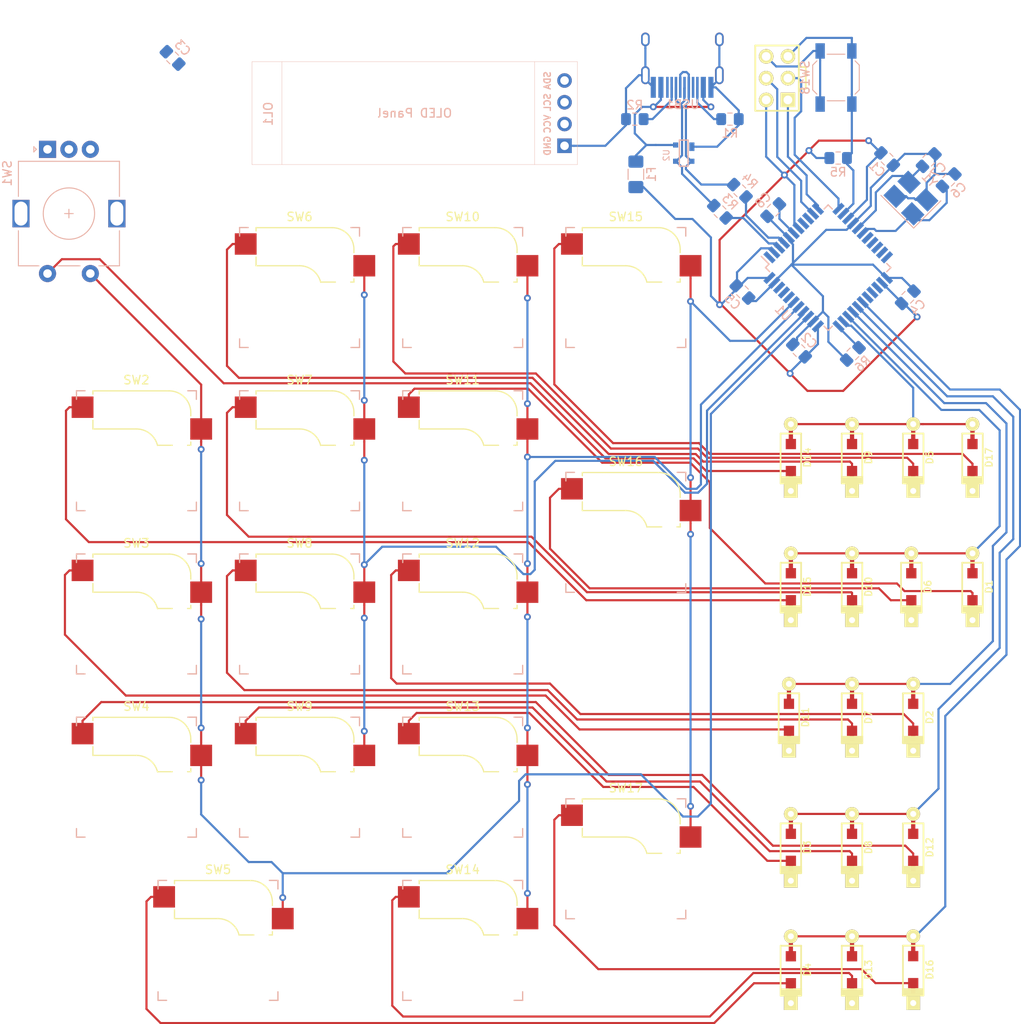
<source format=kicad_pcb>
(kicad_pcb (version 20171130) (host pcbnew "(5.1.5)-3")
  (layers (0 F.Cu signal) (31 B.Cu signal) (34 B.Paste user) (35 F.Paste user) (36 B.SilkS user) (37 F.SilkS user) (38 B.Mask user) (39 F.Mask user) (44 Edge.Cuts user))
  (net 0 "")
  (net 1 GND)
  (net 2 +5V)
  (net 3 "Net-(C8-Pad1)")
  (net 4 VCC)
  (net 5 "Net-(R1-Pad1)")
  (net 6 "Net-(R2-Pad1)")
  (net 7 "Net-(R3-Pad2)")
  (net 8 "Net-(R4-Pad2)")
  (net 9 "Net-(U1-Pad42)")
  (net 10 "Net-(U1-Pad21)")
  (net 11 "Net-(U1-Pad20)")
  (net 12 "Net-(USB1-Pad3)")
  (net 13 "Net-(USB1-Pad9)")
  (net 14 col1)
  (net 15 col0)
  (net 16 col3)
  (net 17 col2)
  (net 18 sda)
  (net 19 scl)
  (net 20 en1)
  (net 21 en2)
  (net 22 sck)
  (net 23 reset)
  (net 24 mosi)
  (net 25 miso)
  (net 26 "Net-(U1-Pad22)")
  (net 27 xtal1)
  (net 28 xtal2)
  (net 29 hwb)
  (net 30 "Net-(U1-Pad19)")
  (net 31 "Net-(U1-Pad18)")
  (net 32 D+)
  (net 33 D-)
  (net 34 "Net-(D1-Pad1)")
  (net 35 "Net-(D2-Pad1)")
  (net 36 "Net-(D3-Pad1)")
  (net 37 "Net-(D4-Pad1)")
  (net 38 "Net-(D5-Pad1)")
  (net 39 "Net-(D6-Pad1)")
  (net 40 "Net-(D7-Pad1)")
  (net 41 "Net-(D8-Pad1)")
  (net 42 "Net-(D9-Pad1)")
  (net 43 "Net-(D10-Pad1)")
  (net 44 "Net-(D11-Pad1)")
  (net 45 "Net-(D12-Pad1)")
  (net 46 "Net-(D13-Pad1)")
  (net 47 "Net-(D14-Pad1)")
  (net 48 "Net-(D15-Pad1)")
  (net 49 "Net-(D16-Pad1)")
  (net 50 "Net-(U1-Pad1)")
  (net 51 ROW4)
  (net 52 ROW3)
  (net 53 ROW2)
  (net 54 ROW1)
  (net 55 ROW0)
  (net 56 "Net-(D17-Pad1)")
  (net 57 "Net-(U1-Pad25)")
  (net 58 "Net-(U1-Pad26)")
  (net 59 "Net-(U1-Pad27)")
  (module "kailh MX:HRO-TYPE-C-31-M-12-HandSoldering" (layer B.Cu) (at 113.76025 60.5155)
    (fp_text reference USB1 (at 0 10.2) (layer B.SilkS) (effects (justify mirror)))
    (fp_text value HRO-TYPE-C-31-M-12)
    (pad 12 smd rect (at 3.33375 8.1915) (size 0.6 2.45) (layers B.Cu B.Paste B.Mask) (net 1 GND))
    (pad 1 smd rect (at -3.39725 8.1915) (size 0.6 2.45) (layers B.Cu B.Paste B.Mask) (net 1 GND))
    (pad 11 smd rect (at 2.44475 8.1915) (size 0.6 2.45) (layers B.Cu B.Paste B.Mask) (net 4 VCC))
    (pad 2 smd rect (at -2.50825 8.1915) (size 0.6 2.45) (layers B.Cu B.Paste B.Mask) (net 4 VCC))
    (pad 3 smd rect (at -1.75 8.195) (size 0.3 2.45) (layers B.Cu B.Paste B.Mask) (net 12 "Net-(USB1-Pad3)"))
    (pad 10 smd rect (at 1.75 8.195) (size 0.3 2.45) (layers B.Cu B.Paste B.Mask) (net 5 "Net-(R1-Pad1)"))
    (pad 4 smd rect (at -1.25 8.195) (size 0.3 2.45) (layers B.Cu B.Paste B.Mask) (net 6 "Net-(R2-Pad1)"))
    (pad 9 smd rect (at 1.25 8.195) (size 0.3 2.45) (layers B.Cu B.Paste B.Mask) (net 13 "Net-(USB1-Pad9)"))
    (pad 5 smd rect (at -0.75 8.195) (size 0.3 2.45) (layers B.Cu B.Paste B.Mask) (net 7 "Net-(R3-Pad2)"))
    (pad 8 smd rect (at 0.75 8.195) (size 0.3 2.45) (layers B.Cu B.Paste B.Mask) (net 8 "Net-(R4-Pad2)"))
    (pad 7 smd rect (at 0.25 8.195) (size 0.3 2.45) (layers B.Cu B.Paste B.Mask) (net 7 "Net-(R3-Pad2)"))
    (pad 6 smd rect (at -0.25 8.195) (size 0.3 2.45) (layers B.Cu B.Paste B.Mask) (net 8 "Net-(R4-Pad2)"))
    (pad "" np_thru_hole circle (at 2.89 6.25) (size 0.65 0.65) (drill 0.65) (layers *.Cu *.Mask))
    (pad "" np_thru_hole circle (at -2.89 6.25) (size 0.65 0.65) (drill 0.65) (layers *.Cu *.Mask))
    (pad 13 thru_hole oval (at -4.32 6.78) (size 1 2.1) (drill oval 0.6 1.7) (layers *.Cu F.Mask) (net 1 GND))
    (pad 13 thru_hole oval (at 4.32 6.78) (size 1 2.1) (drill oval 0.6 1.7) (layers *.Cu F.Mask) (net 1 GND))
    (pad 13 thru_hole oval (at -4.32 2.6) (size 1 1.6) (drill oval 0.6 1.2) (layers *.Cu F.Mask) (net 1 GND))
    (pad 13 thru_hole oval (at 4.32 2.6) (size 1 1.6) (drill oval 0.6 1.2) (layers *.Cu F.Mask) (net 1 GND))
  )
  (module lib3:D_SOD123_axial (layer F.Cu) (at 147.6375 111.91875 90)
    (fp_text reference D17 (at 0 1.925 270) (layer F.SilkS) (effects (font (size 0.8 0.8))))
    (fp_text value DIODE hide)
    (pad 2 smd rect (at 2.7 0 90) (size 2.5 0.5) (layers F.Cu) (net 55 ROW0))
    (pad 1 smd rect (at -2.7 0 90) (size 2.5 0.5) (layers F.Cu) (net 56 "Net-(D17-Pad1)"))
    (pad 2 thru_hole circle (at 3.9 0 90) (size 1.6 1.6) (drill 0.7) (layers *.Cu *.Mask F.SilkS) (net 55 ROW0))
    (pad 1 thru_hole rect (at -3.9 0 90) (size 1.6 1.6) (drill 0.7) (layers *.Cu *.Mask F.SilkS) (net 56 "Net-(D17-Pad1)"))
    (pad 1 smd rect (at -1.575 0 90) (size 1.2 1.2) (layers F.Cu F.Paste F.Mask) (net 56 "Net-(D17-Pad1)"))
    (pad 2 smd rect (at 1.575 0 90) (size 1.2 1.2) (layers F.Cu F.Paste F.Mask) (net 55 ROW0))
  )
  (module "kailh MX:Kailh_socket_MX" (layer B.Cu) (at 107.15625 158.75 180)
    (fp_text reference SW17 (at 0 8.255) (layer F.SilkS))
    (fp_text value Enter)
    (pad 2 smd rect (at -7.56 2.54 180) (size 2.55 2.5) (layers F.Cu F.Paste F.Mask) (net 15 col0))
    (pad "" np_thru_hole circle (at -5.08 0 180) (size 1.7018 1.7018) (drill 1.7018) (layers *.Cu *.Mask))
    (pad "" np_thru_hole circle (at 5.08 0 180) (size 1.7018 1.7018) (drill 1.7018) (layers *.Cu *.Mask))
    (pad "" np_thru_hole circle (at 0 0 180) (size 3.9878 3.9878) (drill 3.9878) (layers *.Cu *.Mask))
    (pad "" np_thru_hole circle (at -3.81 2.54 180) (size 3 3) (drill 3) (layers *.Cu *.Mask))
    (pad "" np_thru_hole circle (at 2.54 5.08 180) (size 3 3) (drill 3) (layers *.Cu *.Mask))
    (pad 1 smd rect (at 6.29 5.08 180) (size 2.55 2.5) (layers F.Cu F.Paste F.Mask) (net 49 "Net-(D16-Pad1)"))
  )
  (module "kailh MX:Kailh_socket_MX" (layer B.Cu) (at 107.15625 120.65 180)
    (fp_text reference SW16 (at 0 8.255) (layer F.SilkS))
    (fp_text value +)
    (pad 2 smd rect (at -7.56 2.54 180) (size 2.55 2.5) (layers F.Cu F.Paste F.Mask) (net 15 col0))
    (pad "" np_thru_hole circle (at -5.08 0 180) (size 1.7018 1.7018) (drill 1.7018) (layers *.Cu *.Mask))
    (pad "" np_thru_hole circle (at 5.08 0 180) (size 1.7018 1.7018) (drill 1.7018) (layers *.Cu *.Mask))
    (pad "" np_thru_hole circle (at 0 0 180) (size 3.9878 3.9878) (drill 3.9878) (layers *.Cu *.Mask))
    (pad "" np_thru_hole circle (at -3.81 2.54 180) (size 3 3) (drill 3) (layers *.Cu *.Mask))
    (pad "" np_thru_hole circle (at 2.54 5.08 180) (size 3 3) (drill 3) (layers *.Cu *.Mask))
    (pad 1 smd rect (at 6.29 5.08 180) (size 2.55 2.5) (layers F.Cu F.Paste F.Mask) (net 39 "Net-(D6-Pad1)"))
  )
  (module "kailh MX:Kailh_socket_MX" (layer B.Cu) (at 107.15625 92.075 180)
    (fp_text reference SW15 (at 0 8.255) (layer F.SilkS))
    (fp_text value -)
    (pad 2 smd rect (at -7.56 2.54 180) (size 2.55 2.5) (layers F.Cu F.Paste F.Mask) (net 15 col0))
    (pad "" np_thru_hole circle (at -5.08 0 180) (size 1.7018 1.7018) (drill 1.7018) (layers *.Cu *.Mask))
    (pad "" np_thru_hole circle (at 5.08 0 180) (size 1.7018 1.7018) (drill 1.7018) (layers *.Cu *.Mask))
    (pad "" np_thru_hole circle (at 0 0 180) (size 3.9878 3.9878) (drill 3.9878) (layers *.Cu *.Mask))
    (pad "" np_thru_hole circle (at -3.81 2.54 180) (size 3 3) (drill 3) (layers *.Cu *.Mask))
    (pad "" np_thru_hole circle (at 2.54 5.08 180) (size 3 3) (drill 3) (layers *.Cu *.Mask))
    (pad 1 smd rect (at 6.29 5.08 180) (size 2.55 2.5) (layers F.Cu F.Paste F.Mask) (net 56 "Net-(D17-Pad1)"))
  )
  (module "kailh MX:Kailh_socket_MX" (layer B.Cu) (at 88.10625 168.275 180)
    (fp_text reference SW14 (at 0 8.255) (layer F.SilkS))
    (fp_text value .)
    (pad 2 smd rect (at -7.56 2.54 180) (size 2.55 2.5) (layers F.Cu F.Paste F.Mask) (net 14 col1))
    (pad "" np_thru_hole circle (at -5.08 0 180) (size 1.7018 1.7018) (drill 1.7018) (layers *.Cu *.Mask))
    (pad "" np_thru_hole circle (at 5.08 0 180) (size 1.7018 1.7018) (drill 1.7018) (layers *.Cu *.Mask))
    (pad "" np_thru_hole circle (at 0 0 180) (size 3.9878 3.9878) (drill 3.9878) (layers *.Cu *.Mask))
    (pad "" np_thru_hole circle (at -3.81 2.54 180) (size 3 3) (drill 3) (layers *.Cu *.Mask))
    (pad "" np_thru_hole circle (at 2.54 5.08 180) (size 3 3) (drill 3) (layers *.Cu *.Mask))
    (pad 1 smd rect (at 6.29 5.08 180) (size 2.55 2.5) (layers F.Cu F.Paste F.Mask) (net 46 "Net-(D13-Pad1)"))
  )
  (module "kailh MX:Kailh_socket_MX" (layer B.Cu) (at 88.10625 149.225 180)
    (fp_text reference SW13 (at 0 8.255) (layer F.SilkS))
    (fp_text value 3)
    (pad 2 smd rect (at -7.56 2.54 180) (size 2.55 2.5) (layers F.Cu F.Paste F.Mask) (net 14 col1))
    (pad "" np_thru_hole circle (at -5.08 0 180) (size 1.7018 1.7018) (drill 1.7018) (layers *.Cu *.Mask))
    (pad "" np_thru_hole circle (at 5.08 0 180) (size 1.7018 1.7018) (drill 1.7018) (layers *.Cu *.Mask))
    (pad "" np_thru_hole circle (at 0 0 180) (size 3.9878 3.9878) (drill 3.9878) (layers *.Cu *.Mask))
    (pad "" np_thru_hole circle (at -3.81 2.54 180) (size 3 3) (drill 3) (layers *.Cu *.Mask))
    (pad "" np_thru_hole circle (at 2.54 5.08 180) (size 3 3) (drill 3) (layers *.Cu *.Mask))
    (pad 1 smd rect (at 6.29 5.08 180) (size 2.55 2.5) (layers F.Cu F.Paste F.Mask) (net 36 "Net-(D3-Pad1)"))
  )
  (module "kailh MX:Kailh_socket_MX" (layer B.Cu) (at 88.10625 130.175 180)
    (fp_text reference SW12 (at 0 8.255) (layer F.SilkS))
    (fp_text value 6)
    (pad 2 smd rect (at -7.56 2.54 180) (size 2.55 2.5) (layers F.Cu F.Paste F.Mask) (net 14 col1))
    (pad "" np_thru_hole circle (at -5.08 0 180) (size 1.7018 1.7018) (drill 1.7018) (layers *.Cu *.Mask))
    (pad "" np_thru_hole circle (at 5.08 0 180) (size 1.7018 1.7018) (drill 1.7018) (layers *.Cu *.Mask))
    (pad "" np_thru_hole circle (at 0 0 180) (size 3.9878 3.9878) (drill 3.9878) (layers *.Cu *.Mask))
    (pad "" np_thru_hole circle (at -3.81 2.54 180) (size 3 3) (drill 3) (layers *.Cu *.Mask))
    (pad "" np_thru_hole circle (at 2.54 5.08 180) (size 3 3) (drill 3) (layers *.Cu *.Mask))
    (pad 1 smd rect (at 6.29 5.08 180) (size 2.55 2.5) (layers F.Cu F.Paste F.Mask) (net 35 "Net-(D2-Pad1)"))
  )
  (module "kailh MX:Kailh_socket_MX" (layer B.Cu) (at 88.10625 111.125 180)
    (fp_text reference SW11 (at 0 8.255) (layer F.SilkS))
    (fp_text value 9)
    (pad 2 smd rect (at -7.56 2.54 180) (size 2.55 2.5) (layers F.Cu F.Paste F.Mask) (net 14 col1))
    (pad "" np_thru_hole circle (at -5.08 0 180) (size 1.7018 1.7018) (drill 1.7018) (layers *.Cu *.Mask))
    (pad "" np_thru_hole circle (at 5.08 0 180) (size 1.7018 1.7018) (drill 1.7018) (layers *.Cu *.Mask))
    (pad "" np_thru_hole circle (at 0 0 180) (size 3.9878 3.9878) (drill 3.9878) (layers *.Cu *.Mask))
    (pad "" np_thru_hole circle (at -3.81 2.54 180) (size 3 3) (drill 3) (layers *.Cu *.Mask))
    (pad "" np_thru_hole circle (at 2.54 5.08 180) (size 3 3) (drill 3) (layers *.Cu *.Mask))
    (pad 1 smd rect (at 6.29 5.08 180) (size 2.55 2.5) (layers F.Cu F.Paste F.Mask) (net 34 "Net-(D1-Pad1)"))
  )
  (module "kailh MX:Kailh_socket_MX" (layer B.Cu) (at 88.10625 92.075 180)
    (fp_text reference SW10 (at 0 8.255) (layer F.SilkS))
    (fp_text value *)
    (pad 2 smd rect (at -7.56 2.54 180) (size 2.55 2.5) (layers F.Cu F.Paste F.Mask) (net 14 col1))
    (pad "" np_thru_hole circle (at -5.08 0 180) (size 1.7018 1.7018) (drill 1.7018) (layers *.Cu *.Mask))
    (pad "" np_thru_hole circle (at 5.08 0 180) (size 1.7018 1.7018) (drill 1.7018) (layers *.Cu *.Mask))
    (pad "" np_thru_hole circle (at 0 0 180) (size 3.9878 3.9878) (drill 3.9878) (layers *.Cu *.Mask))
    (pad "" np_thru_hole circle (at -3.81 2.54 180) (size 3 3) (drill 3) (layers *.Cu *.Mask))
    (pad "" np_thru_hole circle (at 2.54 5.08 180) (size 3 3) (drill 3) (layers *.Cu *.Mask))
    (pad 1 smd rect (at 6.29 5.08 180) (size 2.55 2.5) (layers F.Cu F.Paste F.Mask) (net 38 "Net-(D5-Pad1)"))
  )
  (module "kailh MX:Kailh_socket_MX" (layer B.Cu) (at 69.05625 149.225 180)
    (fp_text reference SW9 (at 0 8.255) (layer F.SilkS))
    (fp_text value 2)
    (pad 2 smd rect (at -7.56 2.54 180) (size 2.55 2.5) (layers F.Cu F.Paste F.Mask) (net 17 col2))
    (pad "" np_thru_hole circle (at -5.08 0 180) (size 1.7018 1.7018) (drill 1.7018) (layers *.Cu *.Mask))
    (pad "" np_thru_hole circle (at 5.08 0 180) (size 1.7018 1.7018) (drill 1.7018) (layers *.Cu *.Mask))
    (pad "" np_thru_hole circle (at 0 0 180) (size 3.9878 3.9878) (drill 3.9878) (layers *.Cu *.Mask))
    (pad "" np_thru_hole circle (at -3.81 2.54 180) (size 3 3) (drill 3) (layers *.Cu *.Mask))
    (pad "" np_thru_hole circle (at 2.54 5.08 180) (size 3 3) (drill 3) (layers *.Cu *.Mask))
    (pad 1 smd rect (at 6.29 5.08 180) (size 2.55 2.5) (layers F.Cu F.Paste F.Mask) (net 41 "Net-(D8-Pad1)"))
  )
  (module "kailh MX:Kailh_socket_MX" (layer B.Cu) (at 69.05625 130.175 180)
    (fp_text reference SW8 (at 0 8.255) (layer F.SilkS))
    (fp_text value 5)
    (pad 2 smd rect (at -7.56 2.54 180) (size 2.55 2.5) (layers F.Cu F.Paste F.Mask) (net 17 col2))
    (pad "" np_thru_hole circle (at -5.08 0 180) (size 1.7018 1.7018) (drill 1.7018) (layers *.Cu *.Mask))
    (pad "" np_thru_hole circle (at 5.08 0 180) (size 1.7018 1.7018) (drill 1.7018) (layers *.Cu *.Mask))
    (pad "" np_thru_hole circle (at 0 0 180) (size 3.9878 3.9878) (drill 3.9878) (layers *.Cu *.Mask))
    (pad "" np_thru_hole circle (at -3.81 2.54 180) (size 3 3) (drill 3) (layers *.Cu *.Mask))
    (pad "" np_thru_hole circle (at 2.54 5.08 180) (size 3 3) (drill 3) (layers *.Cu *.Mask))
    (pad 1 smd rect (at 6.29 5.08 180) (size 2.55 2.5) (layers F.Cu F.Paste F.Mask) (net 40 "Net-(D7-Pad1)"))
  )
  (module "kailh MX:Kailh_socket_MX" (layer B.Cu) (at 69.05625 111.125 180)
    (fp_text reference SW7 (at 0 8.255) (layer F.SilkS))
    (fp_text value 8)
    (pad 2 smd rect (at -7.56 2.54 180) (size 2.55 2.5) (layers F.Cu F.Paste F.Mask) (net 17 col2))
    (pad "" np_thru_hole circle (at -5.08 0 180) (size 1.7018 1.7018) (drill 1.7018) (layers *.Cu *.Mask))
    (pad "" np_thru_hole circle (at 5.08 0 180) (size 1.7018 1.7018) (drill 1.7018) (layers *.Cu *.Mask))
    (pad "" np_thru_hole circle (at 0 0 180) (size 3.9878 3.9878) (drill 3.9878) (layers *.Cu *.Mask))
    (pad "" np_thru_hole circle (at -3.81 2.54 180) (size 3 3) (drill 3) (layers *.Cu *.Mask))
    (pad "" np_thru_hole circle (at 2.54 5.08 180) (size 3 3) (drill 3) (layers *.Cu *.Mask))
    (pad 1 smd rect (at 6.29 5.08 180) (size 2.55 2.5) (layers F.Cu F.Paste F.Mask) (net 43 "Net-(D10-Pad1)"))
  )
  (module "kailh MX:Kailh_socket_MX" (layer B.Cu) (at 69.05625 92.075 180)
    (fp_text reference SW6 (at 0 8.255) (layer F.SilkS))
    (fp_text value /)
    (pad 2 smd rect (at -7.56 2.54 180) (size 2.55 2.5) (layers F.Cu F.Paste F.Mask) (net 17 col2))
    (pad "" np_thru_hole circle (at -5.08 0 180) (size 1.7018 1.7018) (drill 1.7018) (layers *.Cu *.Mask))
    (pad "" np_thru_hole circle (at 5.08 0 180) (size 1.7018 1.7018) (drill 1.7018) (layers *.Cu *.Mask))
    (pad "" np_thru_hole circle (at 0 0 180) (size 3.9878 3.9878) (drill 3.9878) (layers *.Cu *.Mask))
    (pad "" np_thru_hole circle (at -3.81 2.54 180) (size 3 3) (drill 3) (layers *.Cu *.Mask))
    (pad "" np_thru_hole circle (at 2.54 5.08 180) (size 3 3) (drill 3) (layers *.Cu *.Mask))
    (pad 1 smd rect (at 6.29 5.08 180) (size 2.55 2.5) (layers F.Cu F.Paste F.Mask) (net 42 "Net-(D9-Pad1)"))
  )
  (module "kailh MX:Kailh_socket_MX" (layer B.Cu) (at 59.53125 168.275 180)
    (fp_text reference SW5 (at 0 8.255) (layer F.SilkS))
    (fp_text value 0)
    (pad 2 smd rect (at -7.56 2.54 180) (size 2.55 2.5) (layers F.Cu F.Paste F.Mask) (net 16 col3))
    (pad "" np_thru_hole circle (at -5.08 0 180) (size 1.7018 1.7018) (drill 1.7018) (layers *.Cu *.Mask))
    (pad "" np_thru_hole circle (at 5.08 0 180) (size 1.7018 1.7018) (drill 1.7018) (layers *.Cu *.Mask))
    (pad "" np_thru_hole circle (at 0 0 180) (size 3.9878 3.9878) (drill 3.9878) (layers *.Cu *.Mask))
    (pad "" np_thru_hole circle (at -3.81 2.54 180) (size 3 3) (drill 3) (layers *.Cu *.Mask))
    (pad "" np_thru_hole circle (at 2.54 5.08 180) (size 3 3) (drill 3) (layers *.Cu *.Mask))
    (pad 1 smd rect (at 6.29 5.08 180) (size 2.55 2.5) (layers F.Cu F.Paste F.Mask) (net 37 "Net-(D4-Pad1)"))
  )
  (module "kailh MX:Kailh_socket_MX" (layer B.Cu) (at 50.00625 149.225 180)
    (fp_text reference SW4 (at 0 8.255) (layer F.SilkS))
    (fp_text value 1)
    (pad 2 smd rect (at -7.56 2.54 180) (size 2.55 2.5) (layers F.Cu F.Paste F.Mask) (net 16 col3))
    (pad "" np_thru_hole circle (at -5.08 0 180) (size 1.7018 1.7018) (drill 1.7018) (layers *.Cu *.Mask))
    (pad "" np_thru_hole circle (at 5.08 0 180) (size 1.7018 1.7018) (drill 1.7018) (layers *.Cu *.Mask))
    (pad "" np_thru_hole circle (at 0 0 180) (size 3.9878 3.9878) (drill 3.9878) (layers *.Cu *.Mask))
    (pad "" np_thru_hole circle (at -3.81 2.54 180) (size 3 3) (drill 3) (layers *.Cu *.Mask))
    (pad "" np_thru_hole circle (at 2.54 5.08 180) (size 3 3) (drill 3) (layers *.Cu *.Mask))
    (pad 1 smd rect (at 6.29 5.08 180) (size 2.55 2.5) (layers F.Cu F.Paste F.Mask) (net 45 "Net-(D12-Pad1)"))
  )
  (module "kailh MX:Kailh_socket_MX" (layer B.Cu) (at 50.00625 130.175 180)
    (fp_text reference SW3 (at 0 8.255) (layer F.SilkS))
    (fp_text value 4)
    (pad 2 smd rect (at -7.56 2.54 180) (size 2.55 2.5) (layers F.Cu F.Paste F.Mask) (net 16 col3))
    (pad "" np_thru_hole circle (at -5.08 0 180) (size 1.7018 1.7018) (drill 1.7018) (layers *.Cu *.Mask))
    (pad "" np_thru_hole circle (at 5.08 0 180) (size 1.7018 1.7018) (drill 1.7018) (layers *.Cu *.Mask))
    (pad "" np_thru_hole circle (at 0 0 180) (size 3.9878 3.9878) (drill 3.9878) (layers *.Cu *.Mask))
    (pad "" np_thru_hole circle (at -3.81 2.54 180) (size 3 3) (drill 3) (layers *.Cu *.Mask))
    (pad "" np_thru_hole circle (at 2.54 5.08 180) (size 3 3) (drill 3) (layers *.Cu *.Mask))
    (pad 1 smd rect (at 6.29 5.08 180) (size 2.55 2.5) (layers F.Cu F.Paste F.Mask) (net 44 "Net-(D11-Pad1)"))
  )
  (module "kailh MX:Kailh_socket_MX" (layer B.Cu) (at 50.00625 111.125 180)
    (fp_text reference SW2 (at 0 8.255) (layer F.SilkS))
    (fp_text value 7)
    (pad 2 smd rect (at -7.56 2.54 180) (size 2.55 2.5) (layers F.Cu F.Paste F.Mask) (net 16 col3))
    (pad "" np_thru_hole circle (at -5.08 0 180) (size 1.7018 1.7018) (drill 1.7018) (layers *.Cu *.Mask))
    (pad "" np_thru_hole circle (at 5.08 0 180) (size 1.7018 1.7018) (drill 1.7018) (layers *.Cu *.Mask))
    (pad "" np_thru_hole circle (at 0 0 180) (size 3.9878 3.9878) (drill 3.9878) (layers *.Cu *.Mask))
    (pad "" np_thru_hole circle (at -3.81 2.54 180) (size 3 3) (drill 3) (layers *.Cu *.Mask))
    (pad "" np_thru_hole circle (at 2.54 5.08 180) (size 3 3) (drill 3) (layers *.Cu *.Mask))
    (pad 1 smd rect (at 6.29 5.08 180) (size 2.55 2.5) (layers F.Cu F.Paste F.Mask) (net 48 "Net-(D15-Pad1)"))
  )
  (module Crystal:Crystal_SMD_3225-4Pin_3.2x2.5mm_HandSoldering (layer B.Cu) (at 140.445783 81.636734 135)
    (fp_text reference Y1 (at 0 3.05 135) (layer B.SilkS) (effects (justify mirror)))
    (fp_text value 16Mhz)
    (pad 4 smd rect (at -1.45 1.15 135) (size 2.1 1.8) (layers B.Cu B.Paste B.Mask) (net 1 GND))
    (pad 3 smd rect (at 1.45 1.15 135) (size 2.1 1.8) (layers B.Cu B.Paste B.Mask) (net 28 xtal2))
    (pad 2 smd rect (at 1.45 -1.15 135) (size 2.1 1.8) (layers B.Cu B.Paste B.Mask) (net 1 GND))
    (pad 1 smd rect (at -1.45 -1.15 135) (size 2.1 1.8) (layers B.Cu B.Paste B.Mask) (net 27 xtal1))
  )
  (module "kailh MX:tm-kicad-library-master_tm-kicad-lib.pretty_PRTR5V0U2X,215" (layer B.Cu) (at 113.919 76.3905 270)
    (fp_text reference U2 (at 0.254 2.032 90) (layer B.SilkS) (effects (font (size 0.7 0.7) (thickness 0.1)) (justify mirror)))
    (fp_text value PRTR5V0U2X hide)
    (pad 4 smd rect (at -0.95 0.95 270) (size 0.6 0.6) (layers B.Cu B.Paste B.Mask) (net 4 VCC))
    (pad 3 smd rect (at 0.95 0.95 270) (size 0.6 0.6) (layers B.Cu B.Paste B.Mask) (net 7 "Net-(R3-Pad2)"))
    (pad 2 smd rect (at 0.95 -0.95 270) (size 0.6 0.6) (layers B.Cu B.Paste B.Mask) (net 8 "Net-(R4-Pad2)"))
    (pad 1 smd rect (at -0.75 -0.95 270) (size 1 0.6) (layers B.Cu B.Paste B.Mask) (net 1 GND))
  )
  (module Package_QFP:TQFP-44_10x10mm_P0.8mm (layer B.Cu) (at 130.788483 89.7505 315)
    (fp_text reference U1 (at 0 7.45 135) (layer B.SilkS) (effects (justify mirror)))
    (fp_text value ATmega32U4-AU)
    (pad 1 smd rect (at -5.7 4 315) (size 1.5 0.55) (layers B.Cu B.Paste B.Mask) (net 50 "Net-(U1-Pad1)"))
    (pad 2 smd rect (at -5.7 3.2 315) (size 1.5 0.55) (layers B.Cu B.Paste B.Mask) (net 2 +5V))
    (pad 3 smd rect (at -5.7 2.4 315) (size 1.5 0.55) (layers B.Cu B.Paste B.Mask) (net 33 D-))
    (pad 4 smd rect (at -5.7 1.6 315) (size 1.5 0.55) (layers B.Cu B.Paste B.Mask) (net 32 D+))
    (pad 5 smd rect (at -5.7 0.8 315) (size 1.5 0.55) (layers B.Cu B.Paste B.Mask) (net 1 GND))
    (pad 6 smd rect (at -5.7 0 315) (size 1.5 0.55) (layers B.Cu B.Paste B.Mask) (net 3 "Net-(C8-Pad1)"))
    (pad 7 smd rect (at -5.7 -0.8 315) (size 1.5 0.55) (layers B.Cu B.Paste B.Mask) (net 2 +5V))
    (pad 8 smd rect (at -5.7 -1.6 315) (size 1.5 0.55) (layers B.Cu B.Paste B.Mask) (net 19 scl))
    (pad 9 smd rect (at -5.7 -2.4 315) (size 1.5 0.55) (layers B.Cu B.Paste B.Mask) (net 18 sda))
    (pad 10 smd rect (at -5.7 -3.2 315) (size 1.5 0.55) (layers B.Cu B.Paste B.Mask) (net 24 mosi))
    (pad 11 smd rect (at -5.7 -4 315) (size 1.5 0.55) (layers B.Cu B.Paste B.Mask) (net 22 sck))
    (pad 12 smd rect (at -4 -5.7 225) (size 1.5 0.55) (layers B.Cu B.Paste B.Mask) (net 25 miso))
    (pad 13 smd rect (at -3.2 -5.7 225) (size 1.5 0.55) (layers B.Cu B.Paste B.Mask) (net 23 reset))
    (pad 14 smd rect (at -2.4 -5.7 225) (size 1.5 0.55) (layers B.Cu B.Paste B.Mask) (net 2 +5V))
    (pad 15 smd rect (at -1.6 -5.7 225) (size 1.5 0.55) (layers B.Cu B.Paste B.Mask) (net 1 GND))
    (pad 16 smd rect (at -0.8 -5.7 225) (size 1.5 0.55) (layers B.Cu B.Paste B.Mask) (net 28 xtal2))
    (pad 17 smd rect (at 0 -5.7 225) (size 1.5 0.55) (layers B.Cu B.Paste B.Mask) (net 27 xtal1))
    (pad 18 smd rect (at 0.8 -5.7 225) (size 1.5 0.55) (layers B.Cu B.Paste B.Mask) (net 31 "Net-(U1-Pad18)"))
    (pad 19 smd rect (at 1.6 -5.7 225) (size 1.5 0.55) (layers B.Cu B.Paste B.Mask) (net 30 "Net-(U1-Pad19)"))
    (pad 20 smd rect (at 2.4 -5.7 225) (size 1.5 0.55) (layers B.Cu B.Paste B.Mask) (net 11 "Net-(U1-Pad20)"))
    (pad 21 smd rect (at 3.2 -5.7 225) (size 1.5 0.55) (layers B.Cu B.Paste B.Mask) (net 10 "Net-(U1-Pad21)"))
    (pad 22 smd rect (at 4 -5.7 225) (size 1.5 0.55) (layers B.Cu B.Paste B.Mask) (net 26 "Net-(U1-Pad22)"))
    (pad 23 smd rect (at 5.7 -4 315) (size 1.5 0.55) (layers B.Cu B.Paste B.Mask) (net 1 GND))
    (pad 24 smd rect (at 5.7 -3.2 315) (size 1.5 0.55) (layers B.Cu B.Paste B.Mask) (net 2 +5V))
    (pad 25 smd rect (at 5.7 -2.4 315) (size 1.5 0.55) (layers B.Cu B.Paste B.Mask) (net 57 "Net-(U1-Pad25)"))
    (pad 26 smd rect (at 5.7 -1.6 315) (size 1.5 0.55) (layers B.Cu B.Paste B.Mask) (net 58 "Net-(U1-Pad26)"))
    (pad 27 smd rect (at 5.7 -0.8 315) (size 1.5 0.55) (layers B.Cu B.Paste B.Mask) (net 59 "Net-(U1-Pad27)"))
    (pad 28 smd rect (at 5.7 0 315) (size 1.5 0.55) (layers B.Cu B.Paste B.Mask) (net 51 ROW4))
    (pad 29 smd rect (at 5.7 0.8 315) (size 1.5 0.55) (layers B.Cu B.Paste B.Mask) (net 52 ROW3))
    (pad 30 smd rect (at 5.7 1.6 315) (size 1.5 0.55) (layers B.Cu B.Paste B.Mask) (net 53 ROW2))
    (pad 31 smd rect (at 5.7 2.4 315) (size 1.5 0.55) (layers B.Cu B.Paste B.Mask) (net 54 ROW1))
    (pad 32 smd rect (at 5.7 3.2 315) (size 1.5 0.55) (layers B.Cu B.Paste B.Mask) (net 55 ROW0))
    (pad 33 smd rect (at 5.7 4 315) (size 1.5 0.55) (layers B.Cu B.Paste B.Mask) (net 29 hwb))
    (pad 34 smd rect (at 4 5.7 225) (size 1.5 0.55) (layers B.Cu B.Paste B.Mask) (net 2 +5V))
    (pad 35 smd rect (at 3.2 5.7 225) (size 1.5 0.55) (layers B.Cu B.Paste B.Mask) (net 1 GND))
    (pad 36 smd rect (at 2.4 5.7 225) (size 1.5 0.55) (layers B.Cu B.Paste B.Mask) (net 16 col3))
    (pad 37 smd rect (at 1.6 5.7 225) (size 1.5 0.55) (layers B.Cu B.Paste B.Mask) (net 17 col2))
    (pad 38 smd rect (at 0.8 5.7 225) (size 1.5 0.55) (layers B.Cu B.Paste B.Mask) (net 14 col1))
    (pad 39 smd rect (at 0 5.7 225) (size 1.5 0.55) (layers B.Cu B.Paste B.Mask) (net 15 col0))
    (pad 40 smd rect (at -0.8 5.7 225) (size 1.5 0.55) (layers B.Cu B.Paste B.Mask) (net 21 en2))
    (pad 41 smd rect (at -1.6 5.7 225) (size 1.5 0.55) (layers B.Cu B.Paste B.Mask) (net 20 en1))
    (pad 42 smd rect (at -2.4 5.7 225) (size 1.5 0.55) (layers B.Cu B.Paste B.Mask) (net 9 "Net-(U1-Pad42)"))
    (pad 43 smd rect (at -3.2 5.7 225) (size 1.5 0.55) (layers B.Cu B.Paste B.Mask) (net 1 GND))
    (pad 44 smd rect (at -4 5.7 225) (size 1.5 0.55) (layers B.Cu B.Paste B.Mask) (net 2 +5V))
  )
  (module Button_Switch_SMD:SW_SPST_SKQG_WithStem (layer B.Cu) (at 131.699 67.564 270)
    (fp_text reference SW18 (at 0 3.6 90) (layer B.SilkS) (effects (justify mirror)))
    (fp_text value SW_Push)
    (pad 2 smd rect (at 3.1 -1.85 270) (size 1.8 1.1) (layers B.Cu B.Paste B.Mask) (net 23 reset))
    (pad 2 smd rect (at -3.1 -1.85 270) (size 1.8 1.1) (layers B.Cu B.Paste B.Mask) (net 23 reset))
    (pad 1 smd rect (at 3.1 1.85 270) (size 1.8 1.1) (layers B.Cu B.Paste B.Mask) (net 1 GND))
    (pad 1 smd rect (at -3.1 1.85 270) (size 1.8 1.1) (layers B.Cu B.Paste B.Mask) (net 1 GND))
  )
  (module Rotary_Encoder:RotaryEncoder_Alps_EC11E-Switch_Vertical_H20mm (layer B.Cu) (at 39.624 75.946 270)
    (fp_text reference SW1 (at 2.8 4.7 270) (layer B.SilkS) (effects (justify mirror)))
    (fp_text value Rotary_Encoder_Switch)
    (pad A thru_hole rect (at 0 0 270) (size 2 2) (drill 1) (layers *.Cu *.Mask) (net 21 en2))
    (pad C thru_hole circle (at 0 -2.5 270) (size 2 2) (drill 1) (layers *.Cu *.Mask) (net 1 GND))
    (pad B thru_hole circle (at 0 -5 270) (size 2 2) (drill 1) (layers *.Cu *.Mask) (net 20 en1))
    (pad MP thru_hole rect (at 7.5 3.1 270) (size 3.2 2) (drill oval 2.8 1.5) (layers *.Cu *.Mask))
    (pad MP thru_hole rect (at 7.5 -8.1 270) (size 3.2 2) (drill oval 2.8 1.5) (layers *.Cu *.Mask))
    (pad S2 thru_hole circle (at 14.5 0 270) (size 2 2) (drill 1) (layers *.Cu *.Mask) (net 47 "Net-(D14-Pad1)"))
    (pad S1 thru_hole circle (at 14.5 -5 270) (size 2 2) (drill 1) (layers *.Cu *.Mask) (net 16 col3))
  )
  (module Resistor_SMD:R_0805_2012Metric_Pad1.15x1.40mm_HandSolder (layer B.Cu) (at 133.6675 99.822 45)
    (fp_text reference R6 (at 0 1.65 45) (layer B.SilkS) (effects (justify mirror)))
    (fp_text value 10k)
    (pad 2 smd roundrect (at 1.025 0 45) (size 1.15 1.4) (layers B.Cu B.Paste B.Mask) (roundrect_rratio 0.217391) (net 29 hwb))
    (pad 1 smd roundrect (at -1.025 0 45) (size 1.15 1.4) (layers B.Cu B.Paste B.Mask) (roundrect_rratio 0.217391) (net 1 GND))
  )
  (module Resistor_SMD:R_0805_2012Metric_Pad1.15x1.40mm_HandSolder (layer B.Cu) (at 131.953 76.962)
    (fp_text reference R5 (at 0 1.65) (layer B.SilkS) (effects (justify mirror)))
    (fp_text value 10k)
    (pad 2 smd roundrect (at 1.025 0) (size 1.15 1.4) (layers B.Cu B.Paste B.Mask) (roundrect_rratio 0.217391) (net 23 reset))
    (pad 1 smd roundrect (at -1.025 0) (size 1.15 1.4) (layers B.Cu B.Paste B.Mask) (roundrect_rratio 0.217391) (net 2 +5V))
  )
  (module Resistor_SMD:R_0805_2012Metric_Pad1.15x1.40mm_HandSolder (layer B.Cu) (at 120.46585 80.7847 135)
    (fp_text reference R4 (at 0 1.65 135) (layer B.SilkS) (effects (justify mirror)))
    (fp_text value 22)
    (pad 2 smd roundrect (at 1.025 0 135) (size 1.15 1.4) (layers B.Cu B.Paste B.Mask) (roundrect_rratio 0.217391) (net 8 "Net-(R4-Pad2)"))
    (pad 1 smd roundrect (at -1.025 0 135) (size 1.15 1.4) (layers B.Cu B.Paste B.Mask) (roundrect_rratio 0.217391) (net 32 D+))
  )
  (module Resistor_SMD:R_0805_2012Metric_Pad1.15x1.40mm_HandSolder (layer B.Cu) (at 118.153566 83.234916 135)
    (fp_text reference R3 (at 0 1.65 135) (layer B.SilkS) (effects (justify mirror)))
    (fp_text value 22)
    (pad 2 smd roundrect (at 1.025 0 135) (size 1.15 1.4) (layers B.Cu B.Paste B.Mask) (roundrect_rratio 0.217391) (net 7 "Net-(R3-Pad2)"))
    (pad 1 smd roundrect (at -1.025 0 135) (size 1.15 1.4) (layers B.Cu B.Paste B.Mask) (roundrect_rratio 0.217391) (net 33 D-))
  )
  (module Resistor_SMD:R_0805_2012Metric_Pad1.15x1.40mm_HandSolder (layer B.Cu) (at 108.204 72.42175 180)
    (fp_text reference R2 (at 0 1.65) (layer B.SilkS) (effects (justify mirror)))
    (fp_text value 5.1k)
    (pad 2 smd roundrect (at 1.025 0 180) (size 1.15 1.4) (layers B.Cu B.Paste B.Mask) (roundrect_rratio 0.217391) (net 1 GND))
    (pad 1 smd roundrect (at -1.025 0 180) (size 1.15 1.4) (layers B.Cu B.Paste B.Mask) (roundrect_rratio 0.217391) (net 6 "Net-(R2-Pad1)"))
  )
  (module Resistor_SMD:R_0805_2012Metric_Pad1.15x1.40mm_HandSolder (layer B.Cu) (at 119.3165 72.42175)
    (fp_text reference R1 (at 0 1.65) (layer B.SilkS) (effects (justify mirror)))
    (fp_text value 5.1k)
    (pad 2 smd roundrect (at 1.025 0) (size 1.15 1.4) (layers B.Cu B.Paste B.Mask) (roundrect_rratio 0.217391) (net 1 GND))
    (pad 1 smd roundrect (at -1.025 0) (size 1.15 1.4) (layers B.Cu B.Paste B.Mask) (roundrect_rratio 0.217391) (net 5 "Net-(R1-Pad1)"))
  )
  (module oledv2:SSD1306-0.91-OLED-4pin-128x32 (layer B.Cu) (at 63.5 77.724)
    (fp_text reference OL1 (at 1.9 -5.91 270) (layer B.SilkS) (effects (justify mirror)))
    (fp_text value OLED)
    (fp_text user SDA (at 34.5 -9.81 90) (layer B.SilkS) (effects (font (size 0.75 0.75)) (justify mirror)))
    (fp_text user SCL (at 34.5 -7.27 90) (layer B.SilkS) (effects (font (size 0.75 0.75)) (justify mirror)))
    (fp_text user VCC (at 34.5 -4.73 90) (layer B.SilkS) (effects (font (size 0.75 0.75)) (justify mirror)))
    (fp_text user GND (at 34.5 -2.19 90) (layer B.SilkS) (effects (font (size 0.75 0.75)) (justify mirror)))
    (fp_text user "OLED Panel" (at 19 -6) (layer B.SilkS) (effects (justify mirror)))
    (pad 4 thru_hole oval (at 36.5 -9.81) (size 1.7 1.7) (drill 1) (layers *.Cu *.Mask) (net 18 sda))
    (pad 3 thru_hole oval (at 36.5 -7.27) (size 1.7 1.7) (drill 1) (layers *.Cu *.Mask) (net 19 scl))
    (pad 2 thru_hole oval (at 36.5 -4.73) (size 1.7 1.7) (drill 1) (layers *.Cu *.Mask) (net 4 VCC))
    (pad 1 thru_hole rect (at 36.5 -2.19) (size 1.7 1.7) (drill 1) (layers *.Cu *.Mask) (net 1 GND))
  )
  (module lib3:AVR_ICSP_3x2 (layer F.Cu) (at 124.8156 67.6402 90)
    (fp_text reference J1 hide)
    (fp_text value AVR-ISP-6 hide)
    (pad 1 thru_hole rect (at -2.54 1.27 90) (size 1.7 1.7) (drill 1.016) (layers *.Cu *.Mask F.SilkS) (net 22 sck))
    (pad 2 thru_hole circle (at -2.54 -1.27 90) (size 1.7 1.7) (drill 1.016) (layers *.Cu *.Mask F.SilkS) (net 2 +5V))
    (pad 3 thru_hole circle (at 0 1.27 90) (size 1.7 1.7) (drill 1.016) (layers *.Cu *.Mask F.SilkS) (net 25 miso))
    (pad 4 thru_hole circle (at 0 -1.27 90) (size 1.7 1.7) (drill 1.016) (layers *.Cu *.Mask F.SilkS) (net 24 mosi))
    (pad 5 thru_hole circle (at 2.54 1.27 90) (size 1.7 1.7) (drill 1.016) (layers *.Cu *.Mask F.SilkS) (net 23 reset))
    (pad 6 thru_hole circle (at 2.54 -1.27 90) (size 1.7 1.7) (drill 1.016) (layers *.Cu *.Mask F.SilkS) (net 1 GND))
  )
  (module Fuse:Fuse_1206_3216Metric_Pad1.42x1.75mm_HandSolder (layer B.Cu) (at 108.331 78.867 90)
    (fp_text reference F1 (at 0 1.82 90) (layer B.SilkS) (effects (justify mirror)))
    (fp_text value 500m)
    (pad 2 smd roundrect (at 1.4875 0 90) (size 1.425 1.75) (layers B.Cu B.Paste B.Mask) (roundrect_rratio 0.175439) (net 4 VCC))
    (pad 1 smd roundrect (at -1.4875 0 90) (size 1.425 1.75) (layers B.Cu B.Paste B.Mask) (roundrect_rratio 0.175439) (net 2 +5V))
  )
  (module lib3:D_SOD123_axial (layer F.Cu) (at 140.716 171.6915 90)
    (fp_text reference D16 (at 0 1.925 270) (layer F.SilkS) (effects (font (size 0.8 0.8))))
    (fp_text value DIODE hide)
    (pad 2 smd rect (at 2.7 0 90) (size 2.5 0.5) (layers F.Cu) (net 51 ROW4))
    (pad 1 smd rect (at -2.7 0 90) (size 2.5 0.5) (layers F.Cu) (net 49 "Net-(D16-Pad1)"))
    (pad 2 thru_hole circle (at 3.9 0 90) (size 1.6 1.6) (drill 0.7) (layers *.Cu *.Mask F.SilkS) (net 51 ROW4))
    (pad 1 thru_hole rect (at -3.9 0 90) (size 1.6 1.6) (drill 0.7) (layers *.Cu *.Mask F.SilkS) (net 49 "Net-(D16-Pad1)"))
    (pad 1 smd rect (at -1.575 0 90) (size 1.2 1.2) (layers F.Cu F.Paste F.Mask) (net 49 "Net-(D16-Pad1)"))
    (pad 2 smd rect (at 1.575 0 90) (size 1.2 1.2) (layers F.Cu F.Paste F.Mask) (net 51 ROW4))
  )
  (module lib3:D_SOD123_axial (layer F.Cu) (at 126.4285 127 90)
    (fp_text reference D15 (at 0 1.925 270) (layer F.SilkS) (effects (font (size 0.8 0.8))))
    (fp_text value DIODE hide)
    (pad 2 smd rect (at 1.575 0 90) (size 1.2 1.2) (layers F.Cu F.Paste F.Mask) (net 54 ROW1))
    (pad 1 smd rect (at -1.575 0 90) (size 1.2 1.2) (layers F.Cu F.Paste F.Mask) (net 48 "Net-(D15-Pad1)"))
    (pad 1 thru_hole rect (at -3.9 0 90) (size 1.6 1.6) (drill 0.7) (layers *.Cu *.Mask F.SilkS) (net 48 "Net-(D15-Pad1)"))
    (pad 2 thru_hole circle (at 3.9 0 90) (size 1.6 1.6) (drill 0.7) (layers *.Cu *.Mask F.SilkS) (net 54 ROW1))
    (pad 1 smd rect (at -2.7 0 90) (size 2.5 0.5) (layers F.Cu) (net 48 "Net-(D15-Pad1)"))
    (pad 2 smd rect (at 2.7 0 90) (size 2.5 0.5) (layers F.Cu) (net 54 ROW1))
  )
  (module lib3:D_SOD123_axial (layer F.Cu) (at 126.4285 111.91875 90)
    (fp_text reference D14 (at 0 1.925 270) (layer F.SilkS) (effects (font (size 0.8 0.8))))
    (fp_text value DIODE hide)
    (pad 2 smd rect (at 2.7 0 90) (size 2.5 0.5) (layers F.Cu) (net 55 ROW0))
    (pad 1 smd rect (at -2.7 0 90) (size 2.5 0.5) (layers F.Cu) (net 47 "Net-(D14-Pad1)"))
    (pad 2 thru_hole circle (at 3.9 0 90) (size 1.6 1.6) (drill 0.7) (layers *.Cu *.Mask F.SilkS) (net 55 ROW0))
    (pad 1 thru_hole rect (at -3.9 0 90) (size 1.6 1.6) (drill 0.7) (layers *.Cu *.Mask F.SilkS) (net 47 "Net-(D14-Pad1)"))
    (pad 1 smd rect (at -1.575 0 90) (size 1.2 1.2) (layers F.Cu F.Paste F.Mask) (net 47 "Net-(D14-Pad1)"))
    (pad 2 smd rect (at 1.575 0 90) (size 1.2 1.2) (layers F.Cu F.Paste F.Mask) (net 55 ROW0))
  )
  (module lib3:D_SOD123_axial (layer F.Cu) (at 133.57225 171.704 90)
    (fp_text reference D13 (at 0 1.925 270) (layer F.SilkS) (effects (font (size 0.8 0.8))))
    (fp_text value DIODE hide)
    (pad 2 smd rect (at 1.575 0 90) (size 1.2 1.2) (layers F.Cu F.Paste F.Mask) (net 51 ROW4))
    (pad 1 smd rect (at -1.575 0 90) (size 1.2 1.2) (layers F.Cu F.Paste F.Mask) (net 46 "Net-(D13-Pad1)"))
    (pad 1 thru_hole rect (at -3.9 0 90) (size 1.6 1.6) (drill 0.7) (layers *.Cu *.Mask F.SilkS) (net 46 "Net-(D13-Pad1)"))
    (pad 2 thru_hole circle (at 3.9 0 90) (size 1.6 1.6) (drill 0.7) (layers *.Cu *.Mask F.SilkS) (net 51 ROW4))
    (pad 1 smd rect (at -2.7 0 90) (size 2.5 0.5) (layers F.Cu) (net 46 "Net-(D13-Pad1)"))
    (pad 2 smd rect (at 2.7 0 90) (size 2.5 0.5) (layers F.Cu) (net 51 ROW4))
  )
  (module lib3:D_SOD123_axial (layer F.Cu) (at 140.716 157.4165 90)
    (fp_text reference D12 (at 0 1.925 270) (layer F.SilkS) (effects (font (size 0.8 0.8))))
    (fp_text value DIODE hide)
    (pad 2 smd rect (at 1.575 0 90) (size 1.2 1.2) (layers F.Cu F.Paste F.Mask) (net 52 ROW3))
    (pad 1 smd rect (at -1.575 0 90) (size 1.2 1.2) (layers F.Cu F.Paste F.Mask) (net 45 "Net-(D12-Pad1)"))
    (pad 1 thru_hole rect (at -3.9 0 90) (size 1.6 1.6) (drill 0.7) (layers *.Cu *.Mask F.SilkS) (net 45 "Net-(D12-Pad1)"))
    (pad 2 thru_hole circle (at 3.9 0 90) (size 1.6 1.6) (drill 0.7) (layers *.Cu *.Mask F.SilkS) (net 52 ROW3))
    (pad 1 smd rect (at -2.7 0 90) (size 2.5 0.5) (layers F.Cu) (net 45 "Net-(D12-Pad1)"))
    (pad 2 smd rect (at 2.7 0 90) (size 2.5 0.5) (layers F.Cu) (net 52 ROW3))
  )
  (module lib3:D_SOD123_axial (layer F.Cu) (at 126.20625 142.24 90)
    (fp_text reference D11 (at 0 1.925 270) (layer F.SilkS) (effects (font (size 0.8 0.8))))
    (fp_text value DIODE hide)
    (pad 2 smd rect (at 1.575 0 90) (size 1.2 1.2) (layers F.Cu F.Paste F.Mask) (net 53 ROW2))
    (pad 1 smd rect (at -1.575 0 90) (size 1.2 1.2) (layers F.Cu F.Paste F.Mask) (net 44 "Net-(D11-Pad1)"))
    (pad 1 thru_hole rect (at -3.9 0 90) (size 1.6 1.6) (drill 0.7) (layers *.Cu *.Mask F.SilkS) (net 44 "Net-(D11-Pad1)"))
    (pad 2 thru_hole circle (at 3.9 0 90) (size 1.6 1.6) (drill 0.7) (layers *.Cu *.Mask F.SilkS) (net 53 ROW2))
    (pad 1 smd rect (at -2.7 0 90) (size 2.5 0.5) (layers F.Cu) (net 44 "Net-(D11-Pad1)"))
    (pad 2 smd rect (at 2.7 0 90) (size 2.5 0.5) (layers F.Cu) (net 53 ROW2))
  )
  (module lib3:D_SOD123_axial (layer F.Cu) (at 133.57225 127 90)
    (fp_text reference D10 (at 0 1.925 270) (layer F.SilkS) (effects (font (size 0.8 0.8))))
    (fp_text value DIODE hide)
    (pad 2 smd rect (at 1.575 0 90) (size 1.2 1.2) (layers F.Cu F.Paste F.Mask) (net 54 ROW1))
    (pad 1 smd rect (at -1.575 0 90) (size 1.2 1.2) (layers F.Cu F.Paste F.Mask) (net 43 "Net-(D10-Pad1)"))
    (pad 1 thru_hole rect (at -3.9 0 90) (size 1.6 1.6) (drill 0.7) (layers *.Cu *.Mask F.SilkS) (net 43 "Net-(D10-Pad1)"))
    (pad 2 thru_hole circle (at 3.9 0 90) (size 1.6 1.6) (drill 0.7) (layers *.Cu *.Mask F.SilkS) (net 54 ROW1))
    (pad 1 smd rect (at -2.7 0 90) (size 2.5 0.5) (layers F.Cu) (net 43 "Net-(D10-Pad1)"))
    (pad 2 smd rect (at 2.7 0 90) (size 2.5 0.5) (layers F.Cu) (net 54 ROW1))
  )
  (module lib3:D_SOD123_axial (layer F.Cu) (at 133.57225 111.91875 90)
    (fp_text reference D9 (at 0 1.925 270) (layer F.SilkS) (effects (font (size 0.8 0.8))))
    (fp_text value DIODE hide)
    (pad 2 smd rect (at 2.7 0 90) (size 2.5 0.5) (layers F.Cu) (net 55 ROW0))
    (pad 1 smd rect (at -2.7 0 90) (size 2.5 0.5) (layers F.Cu) (net 42 "Net-(D9-Pad1)"))
    (pad 2 thru_hole circle (at 3.9 0 90) (size 1.6 1.6) (drill 0.7) (layers *.Cu *.Mask F.SilkS) (net 55 ROW0))
    (pad 1 thru_hole rect (at -3.9 0 90) (size 1.6 1.6) (drill 0.7) (layers *.Cu *.Mask F.SilkS) (net 42 "Net-(D9-Pad1)"))
    (pad 1 smd rect (at -1.575 0 90) (size 1.2 1.2) (layers F.Cu F.Paste F.Mask) (net 42 "Net-(D9-Pad1)"))
    (pad 2 smd rect (at 1.575 0 90) (size 1.2 1.2) (layers F.Cu F.Paste F.Mask) (net 55 ROW0))
  )
  (module lib3:D_SOD123_axial (layer F.Cu) (at 133.57225 157.4165 90)
    (fp_text reference D8 (at 0 1.925 270) (layer F.SilkS) (effects (font (size 0.8 0.8))))
    (fp_text value DIODE hide)
    (pad 2 smd rect (at 1.575 0 90) (size 1.2 1.2) (layers F.Cu F.Paste F.Mask) (net 52 ROW3))
    (pad 1 smd rect (at -1.575 0 90) (size 1.2 1.2) (layers F.Cu F.Paste F.Mask) (net 41 "Net-(D8-Pad1)"))
    (pad 1 thru_hole rect (at -3.9 0 90) (size 1.6 1.6) (drill 0.7) (layers *.Cu *.Mask F.SilkS) (net 41 "Net-(D8-Pad1)"))
    (pad 2 thru_hole circle (at 3.9 0 90) (size 1.6 1.6) (drill 0.7) (layers *.Cu *.Mask F.SilkS) (net 52 ROW3))
    (pad 1 smd rect (at -2.7 0 90) (size 2.5 0.5) (layers F.Cu) (net 41 "Net-(D8-Pad1)"))
    (pad 2 smd rect (at 2.7 0 90) (size 2.5 0.5) (layers F.Cu) (net 52 ROW3))
  )
  (module lib3:D_SOD123_axial (layer F.Cu) (at 133.57225 142.24 90)
    (fp_text reference D7 (at 0 1.925 270) (layer F.SilkS) (effects (font (size 0.8 0.8))))
    (fp_text value DIODE hide)
    (pad 2 smd rect (at 1.575 0 90) (size 1.2 1.2) (layers F.Cu F.Paste F.Mask) (net 53 ROW2))
    (pad 1 smd rect (at -1.575 0 90) (size 1.2 1.2) (layers F.Cu F.Paste F.Mask) (net 40 "Net-(D7-Pad1)"))
    (pad 1 thru_hole rect (at -3.9 0 90) (size 1.6 1.6) (drill 0.7) (layers *.Cu *.Mask F.SilkS) (net 40 "Net-(D7-Pad1)"))
    (pad 2 thru_hole circle (at 3.9 0 90) (size 1.6 1.6) (drill 0.7) (layers *.Cu *.Mask F.SilkS) (net 53 ROW2))
    (pad 1 smd rect (at -2.7 0 90) (size 2.5 0.5) (layers F.Cu) (net 40 "Net-(D7-Pad1)"))
    (pad 2 smd rect (at 2.7 0 90) (size 2.5 0.5) (layers F.Cu) (net 53 ROW2))
  )
  (module lib3:D_SOD123_axial (layer F.Cu) (at 140.49375 127 90)
    (fp_text reference D6 (at 0 1.925 270) (layer F.SilkS) (effects (font (size 0.8 0.8))))
    (fp_text value DIODE hide)
    (pad 2 smd rect (at 1.575 0 90) (size 1.2 1.2) (layers F.Cu F.Paste F.Mask) (net 54 ROW1))
    (pad 1 smd rect (at -1.575 0 90) (size 1.2 1.2) (layers F.Cu F.Paste F.Mask) (net 39 "Net-(D6-Pad1)"))
    (pad 1 thru_hole rect (at -3.9 0 90) (size 1.6 1.6) (drill 0.7) (layers *.Cu *.Mask F.SilkS) (net 39 "Net-(D6-Pad1)"))
    (pad 2 thru_hole circle (at 3.9 0 90) (size 1.6 1.6) (drill 0.7) (layers *.Cu *.Mask F.SilkS) (net 54 ROW1))
    (pad 1 smd rect (at -2.7 0 90) (size 2.5 0.5) (layers F.Cu) (net 39 "Net-(D6-Pad1)"))
    (pad 2 smd rect (at 2.7 0 90) (size 2.5 0.5) (layers F.Cu) (net 54 ROW1))
  )
  (module lib3:D_SOD123_axial (layer F.Cu) (at 140.716 111.91875 90)
    (fp_text reference D5 (at 0 1.925 270) (layer F.SilkS) (effects (font (size 0.8 0.8))))
    (fp_text value DIODE hide)
    (pad 2 smd rect (at 2.7 0 90) (size 2.5 0.5) (layers F.Cu) (net 55 ROW0))
    (pad 1 smd rect (at -2.7 0 90) (size 2.5 0.5) (layers F.Cu) (net 38 "Net-(D5-Pad1)"))
    (pad 2 thru_hole circle (at 3.9 0 90) (size 1.6 1.6) (drill 0.7) (layers *.Cu *.Mask F.SilkS) (net 55 ROW0))
    (pad 1 thru_hole rect (at -3.9 0 90) (size 1.6 1.6) (drill 0.7) (layers *.Cu *.Mask F.SilkS) (net 38 "Net-(D5-Pad1)"))
    (pad 1 smd rect (at -1.575 0 90) (size 1.2 1.2) (layers F.Cu F.Paste F.Mask) (net 38 "Net-(D5-Pad1)"))
    (pad 2 smd rect (at 1.575 0 90) (size 1.2 1.2) (layers F.Cu F.Paste F.Mask) (net 55 ROW0))
  )
  (module lib3:D_SOD123_axial (layer F.Cu) (at 126.4285 171.704 90)
    (fp_text reference D4 (at 0 1.925 270) (layer F.SilkS) (effects (font (size 0.8 0.8))))
    (fp_text value DIODE hide)
    (pad 2 smd rect (at 2.7 0 90) (size 2.5 0.5) (layers F.Cu) (net 51 ROW4))
    (pad 1 smd rect (at -2.7 0 90) (size 2.5 0.5) (layers F.Cu) (net 37 "Net-(D4-Pad1)"))
    (pad 2 thru_hole circle (at 3.9 0 90) (size 1.6 1.6) (drill 0.7) (layers *.Cu *.Mask F.SilkS) (net 51 ROW4))
    (pad 1 thru_hole rect (at -3.9 0 90) (size 1.6 1.6) (drill 0.7) (layers *.Cu *.Mask F.SilkS) (net 37 "Net-(D4-Pad1)"))
    (pad 1 smd rect (at -1.575 0 90) (size 1.2 1.2) (layers F.Cu F.Paste F.Mask) (net 37 "Net-(D4-Pad1)"))
    (pad 2 smd rect (at 1.575 0 90) (size 1.2 1.2) (layers F.Cu F.Paste F.Mask) (net 51 ROW4))
  )
  (module lib3:D_SOD123_axial (layer F.Cu) (at 126.4285 157.4165 90)
    (fp_text reference D3 (at 0 1.925 270) (layer F.SilkS) (effects (font (size 0.8 0.8))))
    (fp_text value DIODE hide)
    (pad 2 smd rect (at 1.575 0 90) (size 1.2 1.2) (layers F.Cu F.Paste F.Mask) (net 52 ROW3))
    (pad 1 smd rect (at -1.575 0 90) (size 1.2 1.2) (layers F.Cu F.Paste F.Mask) (net 36 "Net-(D3-Pad1)"))
    (pad 1 thru_hole rect (at -3.9 0 90) (size 1.6 1.6) (drill 0.7) (layers *.Cu *.Mask F.SilkS) (net 36 "Net-(D3-Pad1)"))
    (pad 2 thru_hole circle (at 3.9 0 90) (size 1.6 1.6) (drill 0.7) (layers *.Cu *.Mask F.SilkS) (net 52 ROW3))
    (pad 1 smd rect (at -2.7 0 90) (size 2.5 0.5) (layers F.Cu) (net 36 "Net-(D3-Pad1)"))
    (pad 2 smd rect (at 2.7 0 90) (size 2.5 0.5) (layers F.Cu) (net 52 ROW3))
  )
  (module lib3:D_SOD123_axial (layer F.Cu) (at 140.716 142.24 90)
    (fp_text reference D2 (at 0 1.925 270) (layer F.SilkS) (effects (font (size 0.8 0.8))))
    (fp_text value DIODE hide)
    (pad 2 smd rect (at 1.575 0 90) (size 1.2 1.2) (layers F.Cu F.Paste F.Mask) (net 53 ROW2))
    (pad 1 smd rect (at -1.575 0 90) (size 1.2 1.2) (layers F.Cu F.Paste F.Mask) (net 35 "Net-(D2-Pad1)"))
    (pad 1 thru_hole rect (at -3.9 0 90) (size 1.6 1.6) (drill 0.7) (layers *.Cu *.Mask F.SilkS) (net 35 "Net-(D2-Pad1)"))
    (pad 2 thru_hole circle (at 3.9 0 90) (size 1.6 1.6) (drill 0.7) (layers *.Cu *.Mask F.SilkS) (net 53 ROW2))
    (pad 1 smd rect (at -2.7 0 90) (size 2.5 0.5) (layers F.Cu) (net 35 "Net-(D2-Pad1)"))
    (pad 2 smd rect (at 2.7 0 90) (size 2.5 0.5) (layers F.Cu) (net 53 ROW2))
  )
  (module lib3:D_SOD123_axial (layer F.Cu) (at 147.6375 127 90)
    (fp_text reference D1 (at 0 1.925 270) (layer F.SilkS) (effects (font (size 0.8 0.8))))
    (fp_text value DIODE hide)
    (pad 2 smd rect (at 1.575 0 90) (size 1.2 1.2) (layers F.Cu F.Paste F.Mask) (net 54 ROW1))
    (pad 1 smd rect (at -1.575 0 90) (size 1.2 1.2) (layers F.Cu F.Paste F.Mask) (net 34 "Net-(D1-Pad1)"))
    (pad 1 thru_hole rect (at -3.9 0 90) (size 1.6 1.6) (drill 0.7) (layers *.Cu *.Mask F.SilkS) (net 34 "Net-(D1-Pad1)"))
    (pad 2 thru_hole circle (at 3.9 0 90) (size 1.6 1.6) (drill 0.7) (layers *.Cu *.Mask F.SilkS) (net 54 ROW1))
    (pad 1 smd rect (at -2.7 0 90) (size 2.5 0.5) (layers F.Cu) (net 34 "Net-(D1-Pad1)"))
    (pad 2 smd rect (at 2.7 0 90) (size 2.5 0.5) (layers F.Cu) (net 54 ROW1))
  )
  (module Capacitor_SMD:C_0805_2012Metric_Pad1.15x1.40mm_HandSolder (layer B.Cu) (at 124.371984 83.044416 225)
    (fp_text reference C8 (at 0 1.65 45) (layer B.SilkS) (effects (justify mirror)))
    (fp_text value 1uF)
    (pad 1 smd roundrect (at -1.025 0 225) (size 1.15 1.4) (layers B.Cu B.Paste B.Mask) (roundrect_rratio 0.217391) (net 3 "Net-(C8-Pad1)"))
    (pad 2 smd roundrect (at 1.025 0 225) (size 1.15 1.4) (layers B.Cu B.Paste B.Mask) (roundrect_rratio 0.217391) (net 1 GND))
  )
  (module Capacitor_SMD:C_0805_2012Metric_Pad1.15x1.40mm_HandSolder (layer B.Cu) (at 142.527682 77.205119 45)
    (fp_text reference C7 (at 0 1.65 45) (layer B.SilkS) (effects (justify mirror)))
    (fp_text value 22pF)
    (pad 2 smd roundrect (at 1.025 0 45) (size 1.15 1.4) (layers B.Cu B.Paste B.Mask) (roundrect_rratio 0.217391) (net 1 GND))
    (pad 1 smd roundrect (at -1.025 0 45) (size 1.15 1.4) (layers B.Cu B.Paste B.Mask) (roundrect_rratio 0.217391) (net 28 xtal2))
  )
  (module Capacitor_SMD:C_0805_2012Metric_Pad1.15x1.40mm_HandSolder (layer B.Cu) (at 144.856185 79.54635 45)
    (fp_text reference C6 (at 0 1.65 45) (layer B.SilkS) (effects (justify mirror)))
    (fp_text value 22pF)
    (pad 2 smd roundrect (at 1.025 0 45) (size 1.15 1.4) (layers B.Cu B.Paste B.Mask) (roundrect_rratio 0.217391) (net 1 GND))
    (pad 1 smd roundrect (at -1.025 0 45) (size 1.15 1.4) (layers B.Cu B.Paste B.Mask) (roundrect_rratio 0.217391) (net 27 xtal1))
  )
  (module Capacitor_SMD:C_0805_2012Metric_Pad1.15x1.40mm_HandSolder (layer B.Cu) (at 120.777 92.583 315)
    (fp_text reference C5 (at 0 1.65 135) (layer B.SilkS) (effects (justify mirror)))
    (fp_text value 10u)
    (pad 2 smd roundrect (at 1.025 0 315) (size 1.15 1.4) (layers B.Cu B.Paste B.Mask) (roundrect_rratio 0.217391) (net 1 GND))
    (pad 1 smd roundrect (at -1.025 0 315) (size 1.15 1.4) (layers B.Cu B.Paste B.Mask) (roundrect_rratio 0.217391) (net 2 +5V))
  )
  (module Capacitor_SMD:C_0805_2012Metric_Pad1.15x1.40mm_HandSolder (layer B.Cu) (at 140.081 93.218 45)
    (fp_text reference C4 (at 0 1.65 45) (layer B.SilkS) (effects (justify mirror)))
    (fp_text value 0.1u)
    (pad 2 smd roundrect (at 1.025 0 45) (size 1.15 1.4) (layers B.Cu B.Paste B.Mask) (roundrect_rratio 0.217391) (net 1 GND))
    (pad 1 smd roundrect (at -1.025 0 45) (size 1.15 1.4) (layers B.Cu B.Paste B.Mask) (roundrect_rratio 0.217391) (net 2 +5V))
  )
  (module Capacitor_SMD:C_0805_2012Metric_Pad1.15x1.40mm_HandSolder (layer B.Cu) (at 54.229 65.278 135)
    (fp_text reference C3 (at 0 1.65 135) (layer B.SilkS) (effects (justify mirror)))
    (fp_text value 0.1u)
    (pad 2 smd roundrect (at 1.025 0 135) (size 1.15 1.4) (layers B.Cu B.Paste B.Mask) (roundrect_rratio 0.217391) (net 1 GND))
    (pad 1 smd roundrect (at -1.025 0 135) (size 1.15 1.4) (layers B.Cu B.Paste B.Mask) (roundrect_rratio 0.217391) (net 2 +5V))
  )
  (module Capacitor_SMD:C_0805_2012Metric_Pad1.15x1.40mm_HandSolder (layer B.Cu) (at 127.381 99.441 135)
    (fp_text reference C2 (at 0 1.65 135) (layer B.SilkS) (effects (justify mirror)))
    (fp_text value 0.1u)
    (pad 2 smd roundrect (at 1.025 0 135) (size 1.15 1.4) (layers B.Cu B.Paste B.Mask) (roundrect_rratio 0.217391) (net 1 GND))
    (pad 1 smd roundrect (at -1.025 0 135) (size 1.15 1.4) (layers B.Cu B.Paste B.Mask) (roundrect_rratio 0.217391) (net 2 +5V))
  )
  (module Capacitor_SMD:C_0805_2012Metric_Pad1.15x1.40mm_HandSolder (layer B.Cu) (at 137.668 77.089 315)
    (fp_text reference C1 (at 0 1.65 135) (layer B.SilkS) (effects (justify mirror)))
    (fp_text value 0.1u)
    (pad 2 smd roundrect (at 1.025 0 315) (size 1.15 1.4) (layers B.Cu B.Paste B.Mask) (roundrect_rratio 0.217391) (net 1 GND))
    (pad 1 smd roundrect (at -1.025 0 315) (size 1.15 1.4) (layers B.Cu B.Paste B.Mask) (roundrect_rratio 0.217391) (net 2 +5V))
  )
  (via (at 135.509 74.93) (size 0.8) (drill 0.4) (layers F.Cu B.Cu) (net 2))
  (via (at 141.1732 95.504) (size 0.8) (drill 0.4) (layers F.Cu B.Cu) (net 2))
  (via (at 126.3396 102.108) (size 0.8) (drill 0.4) (layers F.Cu B.Cu) (net 2))
  (via (at 118.11 94.0816) (size 0.8) (drill 0.4) (layers F.Cu B.Cu) (net 2))
  (via (at 125.6792 78.9432) (size 0.8) (drill 0.4) (layers F.Cu B.Cu) (net 2))
  (via (at 117.094 70.993) (size 0.8) (drill 0.4) (layers F.Cu B.Cu) (net 4))
  (via (at 110.363 70.993) (size 0.8) (drill 0.4) (layers F.Cu B.Cu) (net 4))
  (segment (start 116.528315 70.993) (end 110.363 70.993) (width 0.25) (layer F.Cu) (net 4))
  (segment (start 117.094 70.993) (end 116.528315 70.993) (width 0.25) (layer F.Cu) (net 4))
  (segment (start 118.08025 64.1655) (end 118.08025 67.2955) (width 0.25) (layer B.Cu) (net 1))
  (segment (start 118.08025 63.1155) (end 118.08025 64.1655) (width 0.25) (layer B.Cu) (net 1))
  (segment (start 109.44025 64.1655) (end 109.44025 67.2955) (width 0.25) (layer B.Cu) (net 1))
  (segment (start 109.44025 63.1155) (end 109.44025 64.1655) (width 0.25) (layer B.Cu) (net 1))
  (segment (start 118.08025 67.72075) (end 117.094 68.707) (width 0.25) (layer B.Cu) (net 1))
  (segment (start 118.08025 67.2955) (end 118.08025 67.72075) (width 0.25) (layer B.Cu) (net 1))
  (segment (start 109.44025 67.78425) (end 110.363 68.707) (width 0.25) (layer B.Cu) (net 1))
  (segment (start 109.44025 67.2955) (end 109.44025 67.78425) (width 0.25) (layer B.Cu) (net 1))
  (segment (start 120.3415 71.4045) (end 120.3415 71.72175) (width 0.25) (layer B.Cu) (net 1))
  (segment (start 120.3415 71.72175) (end 120.3415 72.42175) (width 0.25) (layer B.Cu) (net 1))
  (segment (start 117.644 68.707) (end 120.3415 71.4045) (width 0.25) (layer B.Cu) (net 1))
  (segment (start 117.094 68.707) (end 117.644 68.707) (width 0.25) (layer B.Cu) (net 1))
  (segment (start 107.179 71.72175) (end 107.179 72.42175) (width 0.25) (layer B.Cu) (net 1))
  (segment (start 107.179 68.80675) (end 107.179 71.72175) (width 0.25) (layer B.Cu) (net 1))
  (segment (start 108.69025 67.2955) (end 107.179 68.80675) (width 0.25) (layer B.Cu) (net 1))
  (segment (start 109.44025 67.2955) (end 108.69025 67.2955) (width 0.25) (layer B.Cu) (net 1))
  (segment (start 117.82275 75.6405) (end 115.419 75.6405) (width 0.25) (layer B.Cu) (net 1))
  (segment (start 115.419 75.6405) (end 114.869 75.6405) (width 0.25) (layer B.Cu) (net 1))
  (segment (start 120.3415 73.12175) (end 117.82275 75.6405) (width 0.25) (layer B.Cu) (net 1))
  (segment (start 120.3415 72.42175) (end 120.3415 73.12175) (width 0.25) (layer B.Cu) (net 1))
  (segment (start 101.1 75.534) (end 100 75.534) (width 0.25) (layer B.Cu) (net 1))
  (segment (start 104.76675 75.534) (end 101.1 75.534) (width 0.25) (layer B.Cu) (net 1))
  (segment (start 107.179 73.12175) (end 104.76675 75.534) (width 0.25) (layer B.Cu) (net 1))
  (segment (start 107.179 72.42175) (end 107.179 73.12175) (width 0.25) (layer B.Cu) (net 1))
  (segment (start 124.495233 91.529089) (end 124.495233 91.518267) (width 0.25) (layer B.Cu) (net 1))
  (segment (start 122.372754 93.651568) (end 124.495233 91.529089) (width 0.25) (layer B.Cu) (net 1))
  (segment (start 121.591568 93.651568) (end 122.372754 93.651568) (width 0.25) (layer B.Cu) (net 1))
  (segment (start 127.15119 97.913276) (end 129.020716 96.04375) (width 0.25) (layer B.Cu) (net 1))
  (segment (start 127.15119 98.221242) (end 127.15119 97.913276) (width 0.25) (layer B.Cu) (net 1))
  (segment (start 126.656216 98.716216) (end 127.15119 98.221242) (width 0.25) (layer B.Cu) (net 1))
  (segment (start 129.020716 96.04375) (end 130.175 94.889466) (width 0.25) (layer B.Cu) (net 1))
  (segment (start 130.175 94.889466) (end 130.175 93.091) (width 0.25) (layer B.Cu) (net 1))
  (segment (start 130.175 93.091) (end 126.492 89.408) (width 0.25) (layer B.Cu) (net 1))
  (segment (start 124.495233 91.404767) (end 124.495233 91.518267) (width 0.25) (layer B.Cu) (net 1))
  (segment (start 126.492 89.408) (end 124.495233 91.404767) (width 0.25) (layer B.Cu) (net 1))
  (segment (start 126.676397 89.223603) (end 130.556 85.344) (width 0.25) (layer B.Cu) (net 1))
  (segment (start 132.932241 85.344) (end 133.687621 84.58862) (width 0.25) (layer B.Cu) (net 1))
  (segment (start 130.556 85.344) (end 132.932241 85.344) (width 0.25) (layer B.Cu) (net 1))
  (segment (start 136.017 89.408) (end 126.492 89.408) (width 0.25) (layer B.Cu) (net 1))
  (segment (start 137.561582 90.952582) (end 136.017 89.408) (width 0.25) (layer B.Cu) (net 1))
  (segment (start 126.676397 89.223603) (end 126.492 89.408) (width 0.25) (layer B.Cu) (net 1))
  (segment (start 126.192289 86.568504) (end 126.676397 87.052612) (width 0.25) (layer B.Cu) (net 1))
  (segment (start 126.676397 87.052612) (end 126.676397 89.223603) (width 0.25) (layer B.Cu) (net 1))
  (segment (start 126.192289 86.285677) (end 126.192289 86.568504) (width 0.25) (layer B.Cu) (net 1))
  (segment (start 139.39215 90.952582) (end 137.647419 90.952582) (width 0.25) (layer B.Cu) (net 1))
  (segment (start 140.932784 92.493216) (end 139.39215 90.952582) (width 0.25) (layer B.Cu) (net 1))
  (segment (start 126.163677 86.285677) (end 123.6472 83.7692) (width 0.25) (layer B.Cu) (net 1))
  (segment (start 126.192289 86.285677) (end 126.163677 86.285677) (width 0.25) (layer B.Cu) (net 1))
  (segment (start 130.81 95.524466) (end 130.175 94.889466) (width 0.25) (layer B.Cu) (net 1))
  (segment (start 132.942716 100.546784) (end 130.81 98.414068) (width 0.25) (layer B.Cu) (net 1))
  (segment (start 130.81 98.414068) (end 130.81 95.524466) (width 0.25) (layer B.Cu) (net 1))
  (segment (start 139.880097 81.424602) (end 140.116495 81.661) (width 0.25) (layer B.Cu) (net 1))
  (segment (start 138.607305 81.424602) (end 139.880097 81.424602) (width 0.25) (layer B.Cu) (net 1))
  (segment (start 140.116495 81.661) (end 140.823603 81.661) (width 0.25) (layer B.Cu) (net 1))
  (segment (start 141.011469 81.848866) (end 142.284261 81.848866) (width 0.25) (layer B.Cu) (net 1))
  (segment (start 140.823603 81.661) (end 141.011469 81.848866) (width 0.25) (layer B.Cu) (net 1))
  (segment (start 145.580969 78.821566) (end 143.301434 78.821566) (width 0.25) (layer B.Cu) (net 1))
  (segment (start 142.284261 79.838739) (end 142.284261 81.848866) (width 0.25) (layer B.Cu) (net 1))
  (segment (start 143.301434 78.821566) (end 142.284261 79.838739) (width 0.25) (layer B.Cu) (net 1))
  (segment (start 143.252466 78.772598) (end 143.252466 76.480335) (width 0.25) (layer B.Cu) (net 1))
  (segment (start 143.301434 78.821566) (end 143.252466 78.772598) (width 0.25) (layer B.Cu) (net 1))
  (segment (start 139.726233 76.480335) (end 138.392784 77.813784) (width 0.25) (layer B.Cu) (net 1))
  (segment (start 143.252466 76.480335) (end 139.726233 76.480335) (width 0.25) (layer B.Cu) (net 1))
  (segment (start 137.89781 78.308758) (end 138.392784 77.813784) (width 0.25) (layer B.Cu) (net 1))
  (segment (start 133.687621 84.58862) (end 133.72438 84.58862) (width 0.25) (layer B.Cu) (net 1))
  (segment (start 133.72438 84.58862) (end 135.763 82.55) (width 0.25) (layer B.Cu) (net 1))
  (segment (start 135.763 80.443568) (end 137.89781 78.308758) (width 0.25) (layer B.Cu) (net 1))
  (segment (start 135.763 82.55) (end 135.763 80.443568) (width 0.25) (layer B.Cu) (net 1))
  (segment (start 129.849 65.614) (end 129.849 70.664) (width 0.25) (layer B.Cu) (net 1))
  (segment (start 129.849 64.464) (end 129.849 65.614) (width 0.25) (layer B.Cu) (net 1))
  (segment (start 124.395599 65.950199) (end 123.5456 65.1002) (width 0.25) (layer B.Cu) (net 1))
  (segment (start 127.237799 66.275201) (end 124.720601 66.275201) (width 0.25) (layer B.Cu) (net 1))
  (segment (start 129.049 64.464) (end 127.237799 66.275201) (width 0.25) (layer B.Cu) (net 1))
  (segment (start 124.720601 66.275201) (end 124.395599 65.950199) (width 0.25) (layer B.Cu) (net 1))
  (segment (start 129.849 64.464) (end 129.049 64.464) (width 0.25) (layer B.Cu) (net 1))
  (segment (start 124.011124 87.498624) (end 122.940376 87.498624) (width 0.25) (layer B.Cu) (net 2))
  (segment (start 124.495233 87.982733) (end 124.011124 87.498624) (width 0.25) (layer B.Cu) (net 2))
  (segment (start 120.142 90.297) (end 120.142 92.202) (width 0.25) (layer B.Cu) (net 2))
  (segment (start 122.940376 87.498624) (end 120.142 90.297) (width 0.25) (layer B.Cu) (net 2))
  (segment (start 121.391418 90.952582) (end 120.142 92.202) (width 0.25) (layer B.Cu) (net 2))
  (segment (start 123.929547 90.952582) (end 121.391418 90.952582) (width 0.25) (layer B.Cu) (net 2))
  (segment (start 129.586401 98.685167) (end 128.105784 100.165784) (width 0.25) (layer B.Cu) (net 2))
  (segment (start 129.586401 96.609436) (end 129.586401 98.685167) (width 0.25) (layer B.Cu) (net 2))
  (segment (start 137.081733 91.541301) (end 139.483216 93.942784) (width 0.25) (layer B.Cu) (net 2))
  (segment (start 137.081733 91.518267) (end 137.081733 91.541301) (width 0.25) (layer B.Cu) (net 2))
  (segment (start 139.611984 93.942784) (end 141.1732 95.504) (width 0.25) (layer B.Cu) (net 2))
  (segment (start 139.483216 93.942784) (end 139.611984 93.942784) (width 0.25) (layer B.Cu) (net 2))
  (segment (start 126.3396 101.931968) (end 126.3396 102.108) (width 0.25) (layer B.Cu) (net 2))
  (segment (start 128.105784 100.165784) (end 126.3396 101.931968) (width 0.25) (layer B.Cu) (net 2))
  (segment (start 118.2624 94.0816) (end 118.11 94.0816) (width 0.25) (layer B.Cu) (net 2))
  (segment (start 120.142 92.202) (end 118.2624 94.0816) (width 0.25) (layer B.Cu) (net 2))
  (segment (start 141.1732 95.504) (end 132.5372 104.14) (width 0.25) (layer F.Cu) (net 2))
  (segment (start 128.3716 104.14) (end 126.3396 102.108) (width 0.25) (layer F.Cu) (net 2))
  (segment (start 132.5372 104.14) (end 128.3716 104.14) (width 0.25) (layer F.Cu) (net 2))
  (segment (start 118.3132 94.0816) (end 118.11 94.0816) (width 0.25) (layer F.Cu) (net 2))
  (segment (start 126.3396 102.108) (end 118.3132 94.0816) (width 0.25) (layer F.Cu) (net 2))
  (segment (start 118.11 86.5124) (end 125.6792 78.9432) (width 0.25) (layer F.Cu) (net 2))
  (segment (start 118.11 94.0816) (end 118.11 86.5124) (width 0.25) (layer F.Cu) (net 2))
  (segment (start 126.079199 79.343199) (end 125.6792 78.9432) (width 0.25) (layer B.Cu) (net 2))
  (segment (start 126.839551 80.103551) (end 126.079199 79.343199) (width 0.25) (layer B.Cu) (net 2))
  (segment (start 126.839551 84.670197) (end 126.839551 80.103551) (width 0.25) (layer B.Cu) (net 2))
  (segment (start 127.32366 85.154306) (end 126.839551 84.670197) (width 0.25) (layer B.Cu) (net 2))
  (segment (start 136.943216 76.364216) (end 135.509 74.93) (width 0.25) (layer B.Cu) (net 2))
  (segment (start 129.6924 74.93) (end 128.5367 76.0857) (width 0.25) (layer F.Cu) (net 2))
  (segment (start 135.509 74.93) (end 129.6924 74.93) (width 0.25) (layer F.Cu) (net 2))
  (segment (start 128.5367 76.0857) (end 125.6792 78.9432) (width 0.25) (layer F.Cu) (net 2))
  (via (at 128.5367 76.0857) (size 0.8) (drill 0.4) (layers F.Cu B.Cu) (net 2))
  (segment (start 129.413 76.962) (end 128.5367 76.0857) (width 0.25) (layer B.Cu) (net 2))
  (segment (start 130.928 76.962) (end 129.413 76.962) (width 0.25) (layer B.Cu) (net 2))
  (segment (start 123.5456 76.8096) (end 125.6792 78.9432) (width 0.25) (layer B.Cu) (net 2))
  (segment (start 123.5456 70.1802) (end 123.5456 76.8096) (width 0.25) (layer B.Cu) (net 2))
  (segment (start 109.206 80.3545) (end 112.9255 84.074) (width 0.25) (layer B.Cu) (net 2))
  (segment (start 108.331 80.3545) (end 109.206 80.3545) (width 0.25) (layer B.Cu) (net 2))
  (segment (start 112.9255 84.074) (end 114.935 84.074) (width 0.25) (layer B.Cu) (net 2))
  (segment (start 114.935 84.074) (end 117.094 86.233) (width 0.25) (layer B.Cu) (net 2))
  (segment (start 117.094 93.0656) (end 118.11 94.0816) (width 0.25) (layer B.Cu) (net 2))
  (segment (start 117.094 86.233) (end 117.094 93.0656) (width 0.25) (layer B.Cu) (net 2))
  (segment (start 135.31299 77.994442) (end 136.448242 76.85919) (width 0.25) (layer B.Cu) (net 2))
  (segment (start 136.448242 76.85919) (end 136.943216 76.364216) (width 0.25) (layer B.Cu) (net 2))
  (segment (start 135.31299 81.83188) (end 135.31299 77.994442) (width 0.25) (layer B.Cu) (net 2))
  (segment (start 133.121935 84.022935) (end 135.31299 81.83188) (width 0.25) (layer B.Cu) (net 2))
  (segment (start 125.096768 84.050368) (end 125.096768 82.319632) (width 0.25) (layer B.Cu) (net 3))
  (segment (start 126.757974 85.719991) (end 126.757974 85.711574) (width 0.25) (layer B.Cu) (net 3))
  (segment (start 126.757974 85.711574) (end 125.096768 84.050368) (width 0.25) (layer B.Cu) (net 3))
  (segment (start 117.016 70.993) (end 117.094 70.993) (width 0.25) (layer B.Cu) (net 4))
  (segment (start 116.205 70.182) (end 117.016 70.993) (width 0.25) (layer B.Cu) (net 4))
  (segment (start 116.205 68.707) (end 116.205 70.182) (width 0.25) (layer B.Cu) (net 4))
  (segment (start 110.441 70.993) (end 110.363 70.993) (width 0.25) (layer B.Cu) (net 4))
  (segment (start 111.252 70.182) (end 110.441 70.993) (width 0.25) (layer B.Cu) (net 4))
  (segment (start 111.252 68.707) (end 111.252 70.182) (width 0.25) (layer B.Cu) (net 4))
  (segment (start 112.419 75.4405) (end 112.969 75.4405) (width 0.25) (layer B.Cu) (net 4))
  (segment (start 110.65956 75.4405) (end 112.419 75.4405) (width 0.25) (layer B.Cu) (net 4))
  (segment (start 109.5575 75.4405) (end 108.331 76.667) (width 0.25) (layer B.Cu) (net 4))
  (segment (start 108.331 76.667) (end 108.331 77.3795) (width 0.25) (layer B.Cu) (net 4))
  (segment (start 110.65956 75.4405) (end 109.5575 75.4405) (width 0.25) (layer B.Cu) (net 4))
  (segment (start 108.204 74.087) (end 109.5575 75.4405) (width 0.25) (layer B.Cu) (net 4))
  (segment (start 108.204 71.85856) (end 108.204 74.087) (width 0.25) (layer B.Cu) (net 4))
  (segment (start 110.363 70.993) (end 109.06956 70.993) (width 0.25) (layer B.Cu) (net 4))
  (segment (start 109.06956 70.993) (end 108.204 71.85856) (width 0.25) (layer B.Cu) (net 4))
  (segment (start 117.7165 72.42175) (end 118.2915 72.42175) (width 0.25) (layer B.Cu) (net 5))
  (segment (start 117.449748 72.42175) (end 117.7165 72.42175) (width 0.25) (layer B.Cu) (net 5))
  (segment (start 115.51025 70.482252) (end 117.449748 72.42175) (width 0.25) (layer B.Cu) (net 5))
  (segment (start 115.51025 68.7105) (end 115.51025 70.482252) (width 0.25) (layer B.Cu) (net 5))
  (segment (start 110.274 72.42175) (end 109.804 72.42175) (width 0.25) (layer B.Cu) (net 6))
  (segment (start 112.51025 70.1855) (end 110.274 72.42175) (width 0.25) (layer B.Cu) (net 6))
  (segment (start 109.804 72.42175) (end 109.229 72.42175) (width 0.25) (layer B.Cu) (net 6))
  (segment (start 112.51025 68.7105) (end 112.51025 70.1855) (width 0.25) (layer B.Cu) (net 6))
  (segment (start 113.985251 68.823249) (end 113.985251 70.291749) (width 0.25) (layer B.Cu) (net 7))
  (segment (start 114.01025 68.7105) (end 114.01025 68.79825) (width 0.25) (layer B.Cu) (net 7))
  (segment (start 114.01025 68.79825) (end 113.985251 68.823249) (width 0.25) (layer B.Cu) (net 7))
  (segment (start 113.985251 70.291749) (end 113.538 70.739) (width 0.25) (layer B.Cu) (net 7))
  (segment (start 113.01025 70.21125) (end 113.01025 68.7105) (width 0.25) (layer B.Cu) (net 7))
  (segment (start 113.538 70.739) (end 113.01025 70.21125) (width 0.25) (layer B.Cu) (net 7))
  (segment (start 113.538 70.739) (end 113.72299 70.92399) (width 0.25) (layer B.Cu) (net 7))
  (segment (start 113.72299 70.92399) (end 113.72299 74.422) (width 0.25) (layer B.Cu) (net 7))
  (segment (start 113.72299 74.422) (end 113.72299 74.549) (width 0.25) (layer B.Cu) (net 7))
  (segment (start 112.969 77.15) (end 112.969 77.3405) (width 0.25) (layer B.Cu) (net 7))
  (segment (start 113.72299 74.422) (end 113.72299 76.39601) (width 0.25) (layer B.Cu) (net 7))
  (segment (start 112.969 77.3405) (end 113.0325 77.3405) (width 0.25) (layer B.Cu) (net 7))
  (segment (start 113.72299 76.65001) (end 113.72299 76.39601) (width 0.25) (layer B.Cu) (net 7))
  (segment (start 113.0325 77.3405) (end 113.72299 76.65001) (width 0.25) (layer B.Cu) (net 7))
  (segment (start 112.969 77.3405) (end 112.969 77.409) (width 0.25) (layer B.Cu) (net 7))
  (segment (start 117.428782 82.510132) (end 117.022196 82.103546) (width 0.25) (layer B.Cu) (net 7))
  (segment (start 113.72299 78.03599) (end 113.72299 78.80434) (width 0.25) (layer B.Cu) (net 7))
  (segment (start 113.72299 78.80434) (end 117.428782 82.510132) (width 0.25) (layer B.Cu) (net 7))
  (segment (start 112.969 77.3405) (end 113.0275 77.3405) (width 0.25) (layer B.Cu) (net 7))
  (segment (start 113.0275 77.3405) (end 113.72299 78.03599) (width 0.25) (layer B.Cu) (net 7))
  (segment (start 113.51025 67.2355) (end 113.81675 66.929) (width 0.25) (layer B.Cu) (net 8))
  (segment (start 113.51025 68.7105) (end 113.51025 67.2355) (width 0.25) (layer B.Cu) (net 8))
  (segment (start 114.51025 67.2355) (end 114.51025 68.7105) (width 0.25) (layer B.Cu) (net 8))
  (segment (start 114.23875 66.929) (end 114.51025 67.2005) (width 0.25) (layer B.Cu) (net 8))
  (segment (start 114.51025 67.2005) (end 114.51025 67.2355) (width 0.25) (layer B.Cu) (net 8))
  (segment (start 113.81675 66.929) (end 114.23875 66.929) (width 0.25) (layer B.Cu) (net 8))
  (segment (start 114.51025 70.40316) (end 114.51025 68.7105) (width 0.25) (layer B.Cu) (net 8))
  (segment (start 114.173 70.74041) (end 114.51025 70.40316) (width 0.25) (layer B.Cu) (net 8))
  (segment (start 114.173 76.708) (end 114.173 70.74041) (width 0.25) (layer B.Cu) (net 8))
  (segment (start 114.869 77.3405) (end 114.8055 77.3405) (width 0.25) (layer B.Cu) (net 8))
  (segment (start 114.8055 77.3405) (end 114.173 76.708) (width 0.25) (layer B.Cu) (net 8))
  (segment (start 115.975516 80.059916) (end 119.741066 80.059916) (width 0.25) (layer B.Cu) (net 8))
  (segment (start 114.869 77.3405) (end 114.8105 77.3405) (width 0.25) (layer B.Cu) (net 8))
  (segment (start 114.173 78.2574) (end 115.975516 80.059916) (width 0.25) (layer B.Cu) (net 8))
  (segment (start 114.173 77.978) (end 114.173 78.2574) (width 0.25) (layer B.Cu) (net 8))
  (segment (start 114.8105 77.3405) (end 114.173 77.978) (width 0.25) (layer B.Cu) (net 8))
  (segment (start 95.66625 89.535) (end 95.66625 93.30975) (width 0.25) (layer F.Cu) (net 14))
  (segment (start 95.66625 110.085) (end 95.66625 111.85175) (width 0.25) (layer F.Cu) (net 14))
  (segment (start 95.66625 108.585) (end 95.66625 110.085) (width 0.25) (layer F.Cu) (net 14))
  (segment (start 95.66625 127.635) (end 95.66625 130.52075) (width 0.25) (layer F.Cu) (net 14))
  (segment (start 95.66625 148.185) (end 95.66625 150.07875) (width 0.25) (layer F.Cu) (net 14))
  (segment (start 95.66625 146.685) (end 95.66625 148.185) (width 0.25) (layer F.Cu) (net 14))
  (via (at 95.66625 93.30975) (size 0.8) (drill 0.4) (layers F.Cu B.Cu) (net 14))
  (segment (start 95.66625 105.62875) (end 95.66625 108.585) (width 0.25) (layer F.Cu) (net 14))
  (via (at 95.66625 105.62875) (size 0.8) (drill 0.4) (layers F.Cu B.Cu) (net 14))
  (via (at 95.66625 111.85175) (size 0.8) (drill 0.4) (layers F.Cu B.Cu) (net 14))
  (segment (start 95.66625 124.29775) (end 95.66625 127.635) (width 0.25) (layer F.Cu) (net 14))
  (via (at 95.66625 124.29775) (size 0.8) (drill 0.4) (layers F.Cu B.Cu) (net 14))
  (via (at 95.66625 130.52075) (size 0.8) (drill 0.4) (layers F.Cu B.Cu) (net 14))
  (segment (start 95.66625 143.47475) (end 95.66625 146.685) (width 0.25) (layer F.Cu) (net 14))
  (via (at 95.66625 143.47475) (size 0.8) (drill 0.4) (layers F.Cu B.Cu) (net 14))
  (via (at 95.66625 150.07875) (size 0.8) (drill 0.4) (layers F.Cu B.Cu) (net 14))
  (segment (start 95.66625 162.77875) (end 95.66625 165.735) (width 0.25) (layer F.Cu) (net 14))
  (via (at 95.66625 162.77875) (size 0.8) (drill 0.4) (layers F.Cu B.Cu) (net 14))
  (segment (start 95.66625 93.30975) (end 95.66625 105.62875) (width 0.25) (layer B.Cu) (net 14))
  (segment (start 95.66625 111.85175) (end 95.66625 124.29775) (width 0.25) (layer B.Cu) (net 14))
  (segment (start 95.66625 130.52075) (end 95.66625 143.47475) (width 0.25) (layer B.Cu) (net 14))
  (segment (start 95.66625 150.07875) (end 95.66625 162.77875) (width 0.25) (layer B.Cu) (net 14))
  (segment (start 110.53095 111.85175) (end 95.66625 111.85175) (width 0.25) (layer B.Cu) (net 14))
  (segment (start 115.9256 105.744754) (end 115.9256 115.062) (width 0.25) (layer B.Cu) (net 14))
  (segment (start 115.9256 115.062) (end 115.4176 115.57) (width 0.25) (layer B.Cu) (net 14))
  (segment (start 115.4176 115.57) (end 114.2492 115.57) (width 0.25) (layer B.Cu) (net 14))
  (segment (start 127.32366 94.346694) (end 115.9256 105.744754) (width 0.25) (layer B.Cu) (net 14))
  (segment (start 114.2492 115.57) (end 110.53095 111.85175) (width 0.25) (layer B.Cu) (net 14))
  (segment (start 114.71625 91.035) (end 114.71625 93.69075) (width 0.25) (layer F.Cu) (net 15))
  (segment (start 114.71625 89.535) (end 114.71625 91.035) (width 0.25) (layer F.Cu) (net 15))
  (segment (start 114.71625 119.61) (end 114.71625 120.86875) (width 0.25) (layer F.Cu) (net 15))
  (segment (start 114.71625 118.11) (end 114.71625 119.61) (width 0.25) (layer F.Cu) (net 15))
  (via (at 114.71625 120.86875) (size 0.8) (drill 0.4) (layers F.Cu B.Cu) (net 15))
  (segment (start 114.71625 152.61875) (end 114.71625 156.21) (width 0.25) (layer F.Cu) (net 15))
  (via (at 114.71625 152.61875) (size 0.8) (drill 0.4) (layers F.Cu B.Cu) (net 15))
  (segment (start 114.71625 114.26475) (end 114.71625 118.11) (width 0.25) (layer F.Cu) (net 15))
  (via (at 114.71625 114.26475) (size 0.8) (drill 0.4) (layers F.Cu B.Cu) (net 15))
  (via (at 114.71625 93.69075) (size 0.8) (drill 0.4) (layers F.Cu B.Cu) (net 15))
  (segment (start 114.71625 93.69075) (end 114.71625 114.26475) (width 0.25) (layer B.Cu) (net 15))
  (segment (start 114.71625 120.86875) (end 114.71625 152.61875) (width 0.25) (layer B.Cu) (net 15))
  (segment (start 114.71625 93.69075) (end 119.3235 98.298) (width 0.25) (layer B.Cu) (net 15))
  (segment (start 122.240983 98.298) (end 126.757974 93.781009) (width 0.25) (layer B.Cu) (net 15))
  (segment (start 119.3235 98.298) (end 122.240983 98.298) (width 0.25) (layer B.Cu) (net 15))
  (segment (start 57.56625 110.085) (end 57.56625 110.96275) (width 0.25) (layer F.Cu) (net 16))
  (segment (start 57.56625 108.585) (end 57.56625 110.085) (width 0.25) (layer F.Cu) (net 16))
  (segment (start 57.56625 129.135) (end 57.56625 130.77475) (width 0.25) (layer F.Cu) (net 16))
  (segment (start 57.56625 127.635) (end 57.56625 129.135) (width 0.25) (layer F.Cu) (net 16))
  (segment (start 57.56625 146.685) (end 57.56625 149.57075) (width 0.25) (layer F.Cu) (net 16))
  (segment (start 45.623999 91.445999) (end 45.623999 91.470999) (width 0.25) (layer F.Cu) (net 16))
  (segment (start 44.624 90.446) (end 45.623999 91.445999) (width 0.25) (layer F.Cu) (net 16))
  (segment (start 57.56625 103.41325) (end 57.56625 108.585) (width 0.25) (layer F.Cu) (net 16))
  (segment (start 45.623999 91.470999) (end 57.56625 103.41325) (width 0.25) (layer F.Cu) (net 16))
  (via (at 57.56625 110.96275) (size 0.8) (drill 0.4) (layers F.Cu B.Cu) (net 16))
  (segment (start 57.56625 124.29775) (end 57.56625 127.635) (width 0.25) (layer F.Cu) (net 16))
  (via (at 57.56625 124.29775) (size 0.8) (drill 0.4) (layers F.Cu B.Cu) (net 16))
  (via (at 57.56625 130.77475) (size 0.8) (drill 0.4) (layers F.Cu B.Cu) (net 16))
  (segment (start 57.56625 143.47475) (end 57.56625 146.685) (width 0.25) (layer F.Cu) (net 16))
  (via (at 57.56625 143.47475) (size 0.8) (drill 0.4) (layers F.Cu B.Cu) (net 16))
  (via (at 57.56625 149.57075) (size 0.8) (drill 0.4) (layers F.Cu B.Cu) (net 16))
  (segment (start 67.09125 163.28675) (end 67.09125 165.735) (width 0.25) (layer F.Cu) (net 16))
  (via (at 67.09125 163.28675) (size 0.8) (drill 0.4) (layers F.Cu B.Cu) (net 16))
  (segment (start 57.56625 110.96275) (end 57.56625 124.29775) (width 0.25) (layer B.Cu) (net 16))
  (segment (start 57.56625 130.77475) (end 57.56625 143.47475) (width 0.25) (layer B.Cu) (net 16))
  (segment (start 57.56625 149.57075) (end 57.56625 153.57825) (width 0.25) (layer B.Cu) (net 16))
  (segment (start 57.56625 153.57825) (end 63.119 159.131) (width 0.25) (layer B.Cu) (net 16))
  (segment (start 63.119 159.131) (end 65.786 159.131) (width 0.25) (layer B.Cu) (net 16))
  (segment (start 67.09125 160.43625) (end 67.09125 163.28675) (width 0.25) (layer B.Cu) (net 16))
  (segment (start 65.786 159.131) (end 67.09125 160.43625) (width 0.25) (layer B.Cu) (net 16))
  (segment (start 86.24855 160.43625) (end 67.09125 160.43625) (width 0.25) (layer B.Cu) (net 16))
  (segment (start 94.6912 149.6568) (end 94.6912 151.9936) (width 0.25) (layer B.Cu) (net 16))
  (segment (start 108.9152 148.8948) (end 95.4532 148.8948) (width 0.25) (layer B.Cu) (net 16))
  (segment (start 95.4532 148.8948) (end 94.6912 149.6568) (width 0.25) (layer B.Cu) (net 16))
  (segment (start 113.8428 153.8224) (end 108.9152 148.8948) (width 0.25) (layer B.Cu) (net 16))
  (segment (start 128.455031 95.478065) (end 128.448335 95.478065) (width 0.25) (layer B.Cu) (net 16))
  (segment (start 115.57 153.8224) (end 113.8428 153.8224) (width 0.25) (layer B.Cu) (net 16))
  (segment (start 94.6912 151.9936) (end 86.24855 160.43625) (width 0.25) (layer B.Cu) (net 16))
  (segment (start 117.08681 106.83959) (end 117.08681 152.30559) (width 0.25) (layer B.Cu) (net 16))
  (segment (start 128.448335 95.478065) (end 117.08681 106.83959) (width 0.25) (layer B.Cu) (net 16))
  (segment (start 117.08681 152.30559) (end 115.57 153.8224) (width 0.25) (layer B.Cu) (net 16))
  (segment (start 76.61625 89.535) (end 76.61625 92.92875) (width 0.25) (layer F.Cu) (net 17))
  (segment (start 76.61625 110.085) (end 76.61625 112.23275) (width 0.25) (layer F.Cu) (net 17))
  (segment (start 76.61625 108.585) (end 76.61625 110.085) (width 0.25) (layer F.Cu) (net 17))
  (segment (start 76.61625 129.135) (end 76.61625 130.64775) (width 0.25) (layer F.Cu) (net 17))
  (segment (start 76.61625 127.635) (end 76.61625 129.135) (width 0.25) (layer F.Cu) (net 17))
  (via (at 76.61625 92.92875) (size 0.8) (drill 0.4) (layers F.Cu B.Cu) (net 17))
  (segment (start 76.61625 105.24775) (end 76.61625 108.585) (width 0.25) (layer F.Cu) (net 17))
  (via (at 76.61625 105.24775) (size 0.8) (drill 0.4) (layers F.Cu B.Cu) (net 17))
  (via (at 76.61625 112.23275) (size 0.8) (drill 0.4) (layers F.Cu B.Cu) (net 17))
  (segment (start 76.61625 124.42475) (end 76.61625 127.635) (width 0.25) (layer F.Cu) (net 17))
  (via (at 76.61625 124.42475) (size 0.8) (drill 0.4) (layers F.Cu B.Cu) (net 17))
  (segment (start 76.61625 143.85575) (end 76.61625 146.685) (width 0.25) (layer F.Cu) (net 17))
  (via (at 76.61625 143.85575) (size 0.8) (drill 0.4) (layers F.Cu B.Cu) (net 17))
  (via (at 76.61625 130.64775) (size 0.8) (drill 0.4) (layers F.Cu B.Cu) (net 17))
  (segment (start 76.61625 92.92875) (end 76.61625 105.24775) (width 0.25) (layer B.Cu) (net 17))
  (segment (start 76.61625 112.23275) (end 76.61625 124.42475) (width 0.25) (layer B.Cu) (net 17))
  (segment (start 76.61625 130.64775) (end 76.61625 143.85575) (width 0.25) (layer B.Cu) (net 17))
  (segment (start 78.7146 122.3264) (end 76.61625 124.42475) (width 0.25) (layer B.Cu) (net 17))
  (segment (start 95.1992 125.5268) (end 91.9988 122.3264) (width 0.25) (layer B.Cu) (net 17))
  (segment (start 115.604 116.02001) (end 114.062799 116.020009) (width 0.25) (layer B.Cu) (net 17))
  (segment (start 91.9988 122.3264) (end 78.7146 122.3264) (width 0.25) (layer B.Cu) (net 17))
  (segment (start 116.6368 114.98721) (end 115.604 116.02001) (width 0.25) (layer B.Cu) (net 17))
  (segment (start 127.889345 94.91238) (end 127.889345 95.195207) (width 0.25) (layer B.Cu) (net 17))
  (segment (start 127.889345 95.195207) (end 116.6368 106.447752) (width 0.25) (layer B.Cu) (net 17))
  (segment (start 114.062799 116.020009) (end 110.34455 112.30176) (width 0.25) (layer B.Cu) (net 17))
  (segment (start 116.6368 106.447752) (end 116.6368 114.98721) (width 0.25) (layer B.Cu) (net 17))
  (segment (start 110.34455 112.30176) (end 98.92464 112.30176) (width 0.25) (layer B.Cu) (net 17))
  (segment (start 96.52 114.7064) (end 96.52 125.0188) (width 0.25) (layer B.Cu) (net 17))
  (segment (start 96.52 125.0188) (end 96.012 125.5268) (width 0.25) (layer B.Cu) (net 17))
  (segment (start 98.92464 112.30176) (end 96.52 114.7064) (width 0.25) (layer B.Cu) (net 17))
  (segment (start 96.012 125.5268) (end 95.1992 125.5268) (width 0.25) (layer B.Cu) (net 17))
  (segment (start 129.586401 82.502656) (end 128.27 81.186255) (width 0.25) (layer B.Cu) (net 22))
  (segment (start 129.586401 82.891564) (end 129.586401 82.502656) (width 0.25) (layer B.Cu) (net 22))
  (segment (start 128.27 81.186255) (end 128.27 78.994) (width 0.25) (layer B.Cu) (net 22))
  (segment (start 126.0856 76.8096) (end 126.0856 70.1802) (width 0.25) (layer B.Cu) (net 22))
  (segment (start 128.27 78.994) (end 126.0856 76.8096) (width 0.25) (layer B.Cu) (net 22))
  (segment (start 133.731 82.2825) (end 132.55625 83.45725) (width 0.25) (layer B.Cu) (net 23))
  (segment (start 133.731 78.415) (end 133.731 82.2825) (width 0.25) (layer B.Cu) (net 23))
  (segment (start 132.978 77.662) (end 133.731 78.415) (width 0.25) (layer B.Cu) (net 23))
  (segment (start 132.978 76.962) (end 132.978 77.662) (width 0.25) (layer B.Cu) (net 23))
  (segment (start 133.549 76.391) (end 132.978 76.962) (width 0.25) (layer B.Cu) (net 23))
  (segment (start 133.549 70.664) (end 133.549 76.391) (width 0.25) (layer B.Cu) (net 23))
  (segment (start 133.549 69.514) (end 133.549 64.464) (width 0.25) (layer B.Cu) (net 23))
  (segment (start 133.549 70.664) (end 133.549 69.514) (width 0.25) (layer B.Cu) (net 23))
  (segment (start 133.549 64.464) (end 133.549 62.937) (width 0.25) (layer B.Cu) (net 23))
  (segment (start 128.2488 62.937) (end 126.0856 65.1002) (width 0.25) (layer B.Cu) (net 23))
  (segment (start 133.549 62.937) (end 128.2488 62.937) (width 0.25) (layer B.Cu) (net 23))
  (segment (start 123.5456 67.6402) (end 124.841 68.9356) (width 0.25) (layer B.Cu) (net 24))
  (segment (start 124.841 68.9356) (end 124.841 76.835) (width 0.25) (layer B.Cu) (net 24))
  (segment (start 124.841 76.835) (end 127.635 79.629) (width 0.25) (layer B.Cu) (net 24))
  (segment (start 127.635 82.071534) (end 129.020716 83.45725) (width 0.25) (layer B.Cu) (net 24))
  (segment (start 127.635 79.629) (end 127.635 82.071534) (width 0.25) (layer B.Cu) (net 24))
  (segment (start 127.287681 67.6402) (end 127.635 67.987519) (width 0.25) (layer B.Cu) (net 25))
  (segment (start 126.0856 67.6402) (end 127.287681 67.6402) (width 0.25) (layer B.Cu) (net 25))
  (segment (start 127.635 67.987519) (end 127.635 71.501) (width 0.25) (layer B.Cu) (net 25))
  (segment (start 127.635 71.501) (end 126.873 72.263) (width 0.25) (layer B.Cu) (net 25))
  (segment (start 126.873 72.263) (end 126.873 76.581) (width 0.25) (layer B.Cu) (net 25))
  (segment (start 131.990565 81.698565) (end 131.990565 82.891564) (width 0.25) (layer B.Cu) (net 25))
  (segment (start 126.873 76.581) (end 131.990565 81.698565) (width 0.25) (layer B.Cu) (net 25))
  (segment (start 144.626375 80.766108) (end 144.626375 82.195625) (width 0.25) (layer B.Cu) (net 27))
  (segment (start 144.131401 80.271134) (end 144.626375 80.766108) (width 0.25) (layer B.Cu) (net 27))
  (segment (start 141.400377 84.217674) (end 140.657915 83.475212) (width 0.25) (layer B.Cu) (net 27))
  (segment (start 142.604326 84.217674) (end 141.400377 84.217674) (width 0.25) (layer B.Cu) (net 27))
  (segment (start 144.626375 82.195625) (end 142.604326 84.217674) (width 0.25) (layer B.Cu) (net 27))
  (segment (start 140.657915 83.475212) (end 138.662127 85.471) (width 0.25) (layer B.Cu) (net 27))
  (segment (start 138.662127 85.471) (end 136.398 85.471) (width 0.25) (layer B.Cu) (net 27))
  (segment (start 135.3031 85.235883) (end 134.818992 85.719991) (width 0.25) (layer B.Cu) (net 27))
  (segment (start 136.162883 85.235883) (end 135.3031 85.235883) (width 0.25) (layer B.Cu) (net 27))
  (segment (start 136.398 85.471) (end 136.162883 85.235883) (width 0.25) (layer B.Cu) (net 27))
  (segment (start 140.233651 79.49915) (end 140.233651 79.798256) (width 0.25) (layer B.Cu) (net 28))
  (segment (start 141.802898 77.929903) (end 140.233651 79.49915) (width 0.25) (layer B.Cu) (net 28))
  (segment (start 139.491189 79.055794) (end 140.233651 79.798256) (width 0.25) (layer B.Cu) (net 28))
  (segment (start 136.349612 80.977612) (end 138.27143 79.055794) (width 0.25) (layer B.Cu) (net 28))
  (segment (start 134.253306 85.154306) (end 136.349612 83.058) (width 0.25) (layer B.Cu) (net 28))
  (segment (start 138.27143 79.055794) (end 139.491189 79.055794) (width 0.25) (layer B.Cu) (net 28))
  (segment (start 136.349612 83.058) (end 136.349612 80.977612) (width 0.25) (layer B.Cu) (net 28))
  (segment (start 131.990565 96.695497) (end 131.990565 96.609436) (width 0.25) (layer B.Cu) (net 29))
  (segment (start 134.392284 99.097216) (end 131.990565 96.695497) (width 0.25) (layer B.Cu) (net 29))
  (segment (start 125.510918 86.735677) (end 125.626603 86.851362) (width 0.2) (layer B.Cu) (net 32))
  (segment (start 125.30842 86.851362) (end 125.626603 86.851362) (width 0.2) (layer B.Cu) (net 32))
  (segment (start 125.626603 86.851362) (end 125.611762 86.851362) (width 0.25) (layer B.Cu) (net 32))
  (segment (start 125.611762 86.851362) (end 125.0188 86.2584) (width 0.25) (layer B.Cu) (net 32))
  (segment (start 123.807533 86.2584) (end 121.190634 83.641501) (width 0.25) (layer B.Cu) (net 32))
  (segment (start 125.0188 86.2584) (end 123.807533 86.2584) (width 0.25) (layer B.Cu) (net 32))
  (segment (start 121.190634 83.641501) (end 121.190634 81.509484) (width 0.25) (layer B.Cu) (net 32))
  (segment (start 125.060918 87.417048) (end 125.060918 87.405418) (width 0.25) (layer B.Cu) (net 33))
  (segment (start 124.62705 87.301362) (end 124.945232 87.301362) (width 0.2) (layer B.Cu) (net 33))
  (segment (start 124.945232 87.301362) (end 125.060918 87.417048) (width 0.2) (layer B.Cu) (net 33))
  (segment (start 123.845674 86.932939) (end 120.872435 83.9597) (width 0.25) (layer B.Cu) (net 33))
  (segment (start 124.576809 86.932939) (end 123.845674 86.932939) (width 0.25) (layer B.Cu) (net 33))
  (segment (start 125.060918 87.417048) (end 124.576809 86.932939) (width 0.25) (layer B.Cu) (net 33))
  (segment (start 120.872435 83.9597) (end 118.87835 83.9597) (width 0.25) (layer B.Cu) (net 33))
  (segment (start 147.6375 127.725) (end 147.6375 128.575) (width 0.25) (layer F.Cu) (net 34))
  (segment (start 147.4205 127.508) (end 147.6375 127.725) (width 0.25) (layer F.Cu) (net 34))
  (segment (start 104.394 112.522) (end 114.681 112.522) (width 0.25) (layer F.Cu) (net 34))
  (segment (start 81.81625 106.045) (end 81.81625 104.545) (width 0.25) (layer F.Cu) (net 34))
  (segment (start 82.47525 103.886) (end 95.758 103.886) (width 0.25) (layer F.Cu) (net 34))
  (segment (start 81.81625 104.545) (end 82.47525 103.886) (width 0.25) (layer F.Cu) (net 34))
  (segment (start 95.758 103.886) (end 104.394 112.522) (width 0.25) (layer F.Cu) (net 34))
  (segment (start 114.681 112.522) (end 116.967 114.808) (width 0.25) (layer F.Cu) (net 34))
  (segment (start 116.967 114.808) (end 116.967 120.142) (width 0.25) (layer F.Cu) (net 34))
  (segment (start 123.444 126.619) (end 138.811 126.619) (width 0.25) (layer F.Cu) (net 34))
  (segment (start 138.811 126.619) (end 139.7 127.508) (width 0.25) (layer F.Cu) (net 34))
  (segment (start 116.967 120.142) (end 123.444 126.619) (width 0.25) (layer F.Cu) (net 34))
  (segment (start 139.7 127.508) (end 147.4205 127.508) (width 0.25) (layer F.Cu) (net 34))
  (segment (start 80.29125 125.095) (end 79.756 125.63025) (width 0.25) (layer F.Cu) (net 35))
  (segment (start 81.81625 125.095) (end 80.29125 125.095) (width 0.25) (layer F.Cu) (net 35))
  (segment (start 79.756 125.63025) (end 79.756 137.668) (width 0.25) (layer F.Cu) (net 35))
  (segment (start 79.756 137.668) (end 80.391 138.303) (width 0.25) (layer F.Cu) (net 35))
  (segment (start 80.391 138.303) (end 98.298 138.303) (width 0.25) (layer F.Cu) (net 35))
  (segment (start 98.298 138.303) (end 101.854 141.859) (width 0.25) (layer F.Cu) (net 35))
  (segment (start 140.716 142.965) (end 140.716 143.815) (width 0.25) (layer F.Cu) (net 35))
  (segment (start 139.61 141.859) (end 140.716 142.965) (width 0.25) (layer F.Cu) (net 35))
  (segment (start 101.854 141.859) (end 139.61 141.859) (width 0.25) (layer F.Cu) (net 35))
  (segment (start 81.81625 142.645) (end 82.72925 141.732) (width 0.25) (layer F.Cu) (net 36))
  (segment (start 81.81625 144.145) (end 81.81625 142.645) (width 0.25) (layer F.Cu) (net 36))
  (segment (start 82.72925 141.732) (end 95.885 141.732) (width 0.25) (layer F.Cu) (net 36))
  (segment (start 95.885 141.732) (end 104.521 150.368) (width 0.25) (layer F.Cu) (net 36))
  (segment (start 104.521 150.368) (end 115.062 150.368) (width 0.25) (layer F.Cu) (net 36))
  (segment (start 123.6855 158.9915) (end 126.4285 158.9915) (width 0.25) (layer F.Cu) (net 36))
  (segment (start 115.062 150.368) (end 123.6855 158.9915) (width 0.25) (layer F.Cu) (net 36))
  (segment (start 51.71625 163.195) (end 51.181 163.73025) (width 0.25) (layer F.Cu) (net 37))
  (segment (start 53.24125 163.195) (end 51.71625 163.195) (width 0.25) (layer F.Cu) (net 37))
  (segment (start 51.181 163.73025) (end 51.181 176.276) (width 0.25) (layer F.Cu) (net 37))
  (segment (start 51.181 176.276) (end 52.832 177.927) (width 0.25) (layer F.Cu) (net 37))
  (segment (start 52.832 177.927) (end 117.475 177.927) (width 0.25) (layer F.Cu) (net 37))
  (segment (start 122.123 173.279) (end 126.4285 173.279) (width 0.25) (layer F.Cu) (net 37))
  (segment (start 117.475 177.927) (end 122.123 173.279) (width 0.25) (layer F.Cu) (net 37))
  (segment (start 116.64399 111.94499) (end 140.01724 111.94499) (width 0.25) (layer F.Cu) (net 38))
  (segment (start 115.57 110.871) (end 116.64399 111.94499) (width 0.25) (layer F.Cu) (net 38))
  (segment (start 140.01724 111.94499) (end 140.716 112.64375) (width 0.25) (layer F.Cu) (net 38))
  (segment (start 105.41 110.871) (end 115.57 110.871) (width 0.25) (layer F.Cu) (net 38))
  (segment (start 96.647 102.108) (end 105.41 110.871) (width 0.25) (layer F.Cu) (net 38))
  (segment (start 81.81625 86.995) (end 80.29125 86.995) (width 0.25) (layer F.Cu) (net 38))
  (segment (start 80.01 100.711) (end 81.407 102.108) (width 0.25) (layer F.Cu) (net 38))
  (segment (start 80.29125 86.995) (end 80.01 87.27625) (width 0.25) (layer F.Cu) (net 38))
  (segment (start 80.01 87.27625) (end 80.01 100.711) (width 0.25) (layer F.Cu) (net 38))
  (segment (start 140.716 112.64375) (end 140.716 113.49375) (width 0.25) (layer F.Cu) (net 38))
  (segment (start 81.407 102.108) (end 96.647 102.108) (width 0.25) (layer F.Cu) (net 38))
  (segment (start 99.34125 115.57) (end 98.298 116.61325) (width 0.25) (layer F.Cu) (net 39))
  (segment (start 98.298 116.61325) (end 98.298 122.555) (width 0.25) (layer F.Cu) (net 39))
  (segment (start 100.86625 115.57) (end 99.34125 115.57) (width 0.25) (layer F.Cu) (net 39))
  (segment (start 102.928143 127.185143) (end 136.710143 127.185143) (width 0.25) (layer F.Cu) (net 39))
  (segment (start 98.298 122.555) (end 102.928143 127.185143) (width 0.25) (layer F.Cu) (net 39))
  (segment (start 138.1 128.575) (end 140.49375 128.575) (width 0.25) (layer F.Cu) (net 39))
  (segment (start 136.710143 127.185143) (end 138.1 128.575) (width 0.25) (layer F.Cu) (net 39))
  (segment (start 61.24125 125.095) (end 60.579 125.75725) (width 0.25) (layer F.Cu) (net 40))
  (segment (start 62.76625 125.095) (end 61.24125 125.095) (width 0.25) (layer F.Cu) (net 40))
  (segment (start 60.579 125.75725) (end 60.579 137.033) (width 0.25) (layer F.Cu) (net 40))
  (segment (start 60.579 137.033) (end 62.611 139.065) (width 0.25) (layer F.Cu) (net 40))
  (segment (start 62.611 139.065) (end 98.044 139.065) (width 0.25) (layer F.Cu) (net 40))
  (segment (start 98.044 139.065) (end 101.473 142.494) (width 0.25) (layer F.Cu) (net 40))
  (segment (start 133.57225 142.965) (end 133.57225 143.815) (width 0.25) (layer F.Cu) (net 40))
  (segment (start 133.10125 142.494) (end 133.57225 142.965) (width 0.25) (layer F.Cu) (net 40))
  (segment (start 101.473 142.494) (end 133.10125 142.494) (width 0.25) (layer F.Cu) (net 40))
  (segment (start 62.76625 142.645) (end 64.31425 141.097) (width 0.25) (layer F.Cu) (net 41))
  (segment (start 62.76625 144.145) (end 62.76625 142.645) (width 0.25) (layer F.Cu) (net 41))
  (segment (start 64.31425 141.097) (end 96.266 141.097) (width 0.25) (layer F.Cu) (net 41))
  (segment (start 96.266 141.097) (end 104.902 149.733) (width 0.25) (layer F.Cu) (net 41))
  (segment (start 104.902 149.733) (end 115.824 149.733) (width 0.25) (layer F.Cu) (net 41))
  (segment (start 115.824 149.733) (end 123.952 157.861) (width 0.25) (layer F.Cu) (net 41))
  (segment (start 133.57225 158.1415) (end 133.57225 158.9915) (width 0.25) (layer F.Cu) (net 41))
  (segment (start 133.29175 157.861) (end 133.57225 158.1415) (width 0.25) (layer F.Cu) (net 41))
  (segment (start 123.952 157.861) (end 133.29175 157.861) (width 0.25) (layer F.Cu) (net 41))
  (segment (start 61.24125 86.995) (end 60.579 87.65725) (width 0.25) (layer F.Cu) (net 42))
  (segment (start 62.76625 86.995) (end 61.24125 86.995) (width 0.25) (layer F.Cu) (net 42))
  (segment (start 60.579 87.65725) (end 60.579 101.219) (width 0.25) (layer F.Cu) (net 42))
  (segment (start 60.579 101.219) (end 61.976 102.616) (width 0.25) (layer F.Cu) (net 42))
  (segment (start 61.976 102.616) (end 96.266 102.616) (width 0.25) (layer F.Cu) (net 42))
  (segment (start 96.266 102.616) (end 105.156 111.506) (width 0.25) (layer F.Cu) (net 42))
  (segment (start 105.156 111.506) (end 115.316 111.506) (width 0.25) (layer F.Cu) (net 42))
  (segment (start 115.316 111.506) (end 116.205 112.395) (width 0.25) (layer F.Cu) (net 42))
  (segment (start 133.3235 112.395) (end 133.57225 112.64375) (width 0.25) (layer F.Cu) (net 42))
  (segment (start 133.57225 112.64375) (end 133.57225 113.49375) (width 0.25) (layer F.Cu) (net 42))
  (segment (start 116.205 112.395) (end 133.3235 112.395) (width 0.25) (layer F.Cu) (net 42))
  (segment (start 133.57225 127.725) (end 133.57225 128.575) (width 0.25) (layer F.Cu) (net 43))
  (segment (start 102.616 127.635) (end 133.497249 127.649999) (width 0.25) (layer F.Cu) (net 43))
  (segment (start 133.497249 127.649999) (end 133.57225 127.725) (width 0.25) (layer F.Cu) (net 43))
  (segment (start 96.139 121.158) (end 102.616 127.635) (width 0.25) (layer F.Cu) (net 43))
  (segment (start 61.24125 106.045) (end 60.579 106.70725) (width 0.25) (layer F.Cu) (net 43))
  (segment (start 62.76625 106.045) (end 61.24125 106.045) (width 0.25) (layer F.Cu) (net 43))
  (segment (start 63.119 121.158) (end 96.139 121.158) (width 0.25) (layer F.Cu) (net 43))
  (segment (start 60.579 106.70725) (end 60.579 118.618) (width 0.25) (layer F.Cu) (net 43))
  (segment (start 60.579 118.618) (end 63.119 121.158) (width 0.25) (layer F.Cu) (net 43))
  (segment (start 101.74625 143.65625) (end 126.4285 143.65625) (width 0.25) (layer F.Cu) (net 44))
  (segment (start 97.79 139.7) (end 101.74625 143.65625) (width 0.25) (layer F.Cu) (net 44))
  (segment (start 42.19125 125.095) (end 41.656 125.63025) (width 0.25) (layer F.Cu) (net 44))
  (segment (start 43.71625 125.095) (end 42.19125 125.095) (width 0.25) (layer F.Cu) (net 44))
  (segment (start 41.656 125.63025) (end 41.656 132.588) (width 0.25) (layer F.Cu) (net 44))
  (segment (start 41.656 132.588) (end 48.768 139.7) (width 0.25) (layer F.Cu) (net 44))
  (segment (start 48.768 139.7) (end 97.79 139.7) (width 0.25) (layer F.Cu) (net 44))
  (segment (start 43.71625 142.645) (end 45.89925 140.462) (width 0.25) (layer F.Cu) (net 45))
  (segment (start 43.71625 144.145) (end 43.71625 142.645) (width 0.25) (layer F.Cu) (net 45))
  (segment (start 45.89925 140.462) (end 96.647 140.462) (width 0.25) (layer F.Cu) (net 45))
  (segment (start 96.647 140.462) (end 105.156 148.971) (width 0.25) (layer F.Cu) (net 45))
  (segment (start 105.156 148.971) (end 116.078 148.971) (width 0.25) (layer F.Cu) (net 45))
  (segment (start 116.078 148.971) (end 124.333 157.226) (width 0.25) (layer F.Cu) (net 45))
  (segment (start 139.8005 157.226) (end 140.716 158.1415) (width 0.25) (layer F.Cu) (net 45))
  (segment (start 140.716 158.1415) (end 140.716 158.9915) (width 0.25) (layer F.Cu) (net 45))
  (segment (start 124.333 157.226) (end 139.8005 157.226) (width 0.25) (layer F.Cu) (net 45))
  (segment (start 133.57225 172.429) (end 133.57225 173.279) (width 0.25) (layer F.Cu) (net 46))
  (segment (start 133.22825 172.085) (end 133.57225 172.429) (width 0.25) (layer F.Cu) (net 46))
  (segment (start 122.047 172.085) (end 133.22825 172.085) (width 0.25) (layer F.Cu) (net 46))
  (segment (start 79.883 163.60325) (end 79.883 175.895) (width 0.25) (layer F.Cu) (net 46))
  (segment (start 79.883 175.895) (end 81.153 177.165) (width 0.25) (layer F.Cu) (net 46))
  (segment (start 116.967 177.165) (end 122.047 172.085) (width 0.25) (layer F.Cu) (net 46))
  (segment (start 81.153 177.165) (end 116.967 177.165) (width 0.25) (layer F.Cu) (net 46))
  (segment (start 81.81625 163.195) (end 80.29125 163.195) (width 0.25) (layer F.Cu) (net 46))
  (segment (start 80.29125 163.195) (end 79.883 163.60325) (width 0.25) (layer F.Cu) (net 46))
  (segment (start 125.5785 113.49375) (end 126.4285 113.49375) (width 0.25) (layer F.Cu) (net 47))
  (segment (start 116.54175 113.49375) (end 125.5785 113.49375) (width 0.25) (layer F.Cu) (net 47))
  (segment (start 115.062 112.014) (end 116.54175 113.49375) (width 0.25) (layer F.Cu) (net 47))
  (segment (start 104.775 112.014) (end 115.062 112.014) (width 0.25) (layer F.Cu) (net 47))
  (segment (start 39.624 90.446) (end 41.297 88.773) (width 0.25) (layer F.Cu) (net 47))
  (segment (start 41.297 88.773) (end 45.72 88.773) (width 0.25) (layer F.Cu) (net 47))
  (segment (start 45.72 88.773) (end 60.198 103.251) (width 0.25) (layer F.Cu) (net 47))
  (segment (start 60.198 103.251) (end 96.012 103.251) (width 0.25) (layer F.Cu) (net 47))
  (segment (start 96.012 103.251) (end 104.775 112.014) (width 0.25) (layer F.Cu) (net 47))
  (segment (start 42.19125 106.045) (end 41.783 106.45325) (width 0.25) (layer F.Cu) (net 48))
  (segment (start 43.71625 106.045) (end 42.19125 106.045) (width 0.25) (layer F.Cu) (net 48))
  (segment (start 41.783 106.45325) (end 41.783 119.126) (width 0.25) (layer F.Cu) (net 48))
  (segment (start 41.783 119.126) (end 44.45 121.793) (width 0.25) (layer F.Cu) (net 48))
  (segment (start 44.45 121.793) (end 95.758 121.793) (width 0.25) (layer F.Cu) (net 48))
  (segment (start 125.5785 128.575) (end 126.4285 128.575) (width 0.25) (layer F.Cu) (net 48))
  (segment (start 102.54 128.575) (end 125.5785 128.575) (width 0.25) (layer F.Cu) (net 48))
  (segment (start 95.758 121.793) (end 102.54 128.575) (width 0.25) (layer F.Cu) (net 48))
  (segment (start 140.716 172.8915) (end 140.716 174.3915) (width 0.25) (layer F.Cu) (net 49))
  (segment (start 99.34125 153.67) (end 98.806 154.20525) (width 0.25) (layer F.Cu) (net 49))
  (segment (start 100.86625 153.67) (end 99.34125 153.67) (width 0.25) (layer F.Cu) (net 49))
  (segment (start 98.806 154.20525) (end 98.806 166.497) (width 0.25) (layer F.Cu) (net 49))
  (segment (start 103.94399 171.63499) (end 103.759 171.45) (width 0.25) (layer F.Cu) (net 49))
  (segment (start 136.3095 173.2665) (end 134.67799 171.63499) (width 0.25) (layer F.Cu) (net 49))
  (segment (start 98.806 166.497) (end 103.759 171.45) (width 0.25) (layer F.Cu) (net 49))
  (segment (start 140.716 173.2665) (end 136.3095 173.2665) (width 0.25) (layer F.Cu) (net 49))
  (segment (start 134.67799 171.63499) (end 103.94399 171.63499) (width 0.25) (layer F.Cu) (net 49))
  (segment (start 126.4285 167.804) (end 133.57225 167.804) (width 0.25) (layer F.Cu) (net 51))
  (segment (start 140.7035 167.804) (end 140.716 167.7915) (width 0.25) (layer F.Cu) (net 51))
  (segment (start 133.57225 167.804) (end 140.7035 167.804) (width 0.25) (layer F.Cu) (net 51))
  (segment (start 144.4625 164.30625) (end 144.4625 142.08125) (width 0.25) (layer B.Cu) (net 51))
  (segment (start 144.4625 142.08125) (end 151.60625 134.9375) (width 0.25) (layer B.Cu) (net 51))
  (segment (start 151.60625 123.825) (end 153.19375 122.2375) (width 0.25) (layer B.Cu) (net 51))
  (segment (start 151.60625 134.9375) (end 151.60625 123.825) (width 0.25) (layer B.Cu) (net 51))
  (segment (start 140.716 167.7915) (end 140.97725 167.7915) (width 0.25) (layer B.Cu) (net 51))
  (segment (start 140.97725 167.7915) (end 144.4625 164.30625) (width 0.25) (layer B.Cu) (net 51))
  (segment (start 153.19375 122.2375) (end 153.19375 106.3625) (width 0.25) (layer B.Cu) (net 51))
  (segment (start 153.19375 106.3625) (end 150.8125 103.98125) (width 0.25) (layer B.Cu) (net 51))
  (segment (start 145.019233 103.98125) (end 134.818992 93.781009) (width 0.25) (layer B.Cu) (net 51))
  (segment (start 150.8125 103.98125) (end 145.019233 103.98125) (width 0.25) (layer B.Cu) (net 51))
  (segment (start 126.4285 153.5165) (end 133.57225 153.5165) (width 0.25) (layer F.Cu) (net 52))
  (segment (start 134.70362 153.5165) (end 140.716 153.5165) (width 0.25) (layer F.Cu) (net 52))
  (segment (start 133.57225 153.5165) (end 134.70362 153.5165) (width 0.25) (layer F.Cu) (net 52))
  (segment (start 150.01875 104.775) (end 152.4 107.15625) (width 0.25) (layer B.Cu) (net 52))
  (segment (start 152.4 107.15625) (end 152.4 121.44375) (width 0.25) (layer B.Cu) (net 52))
  (segment (start 152.4 121.44375) (end 150.8125 123.03125) (width 0.25) (layer B.Cu) (net 52))
  (segment (start 150.8125 123.03125) (end 150.8125 134.14375) (width 0.25) (layer B.Cu) (net 52))
  (segment (start 150.8125 134.14375) (end 143.66875 141.2875) (width 0.25) (layer B.Cu) (net 52))
  (segment (start 143.66875 150.56375) (end 140.716 153.5165) (width 0.25) (layer B.Cu) (net 52))
  (segment (start 143.66875 141.2875) (end 143.66875 150.56375) (width 0.25) (layer B.Cu) (net 52))
  (segment (start 144.681612 104.775) (end 134.253306 94.346694) (width 0.25) (layer B.Cu) (net 52))
  (segment (start 150.01875 104.775) (end 144.681612 104.775) (width 0.25) (layer B.Cu) (net 52))
  (segment (start 126.20625 138.34) (end 133.57225 138.34) (width 0.25) (layer F.Cu) (net 53))
  (segment (start 133.57225 138.34) (end 140.716 138.34) (width 0.25) (layer F.Cu) (net 53))
  (segment (start 145.02875 138.34) (end 140.716 138.34) (width 0.25) (layer B.Cu) (net 53))
  (segment (start 150.01875 133.35) (end 145.02875 138.34) (width 0.25) (layer B.Cu) (net 53))
  (segment (start 150.01875 122.2375) (end 150.01875 133.35) (width 0.25) (layer B.Cu) (net 53))
  (segment (start 151.60625 120.65) (end 150.01875 122.2375) (width 0.25) (layer B.Cu) (net 53))
  (segment (start 151.60625 107.95) (end 151.60625 120.65) (width 0.25) (layer B.Cu) (net 53))
  (segment (start 149.225 105.56875) (end 151.60625 107.95) (width 0.25) (layer B.Cu) (net 53))
  (segment (start 144.343991 105.56875) (end 133.687621 94.91238) (width 0.25) (layer B.Cu) (net 53))
  (segment (start 149.225 105.56875) (end 144.343991 105.56875) (width 0.25) (layer B.Cu) (net 53))
  (segment (start 126.4285 123.1) (end 133.57225 123.1) (width 0.25) (layer F.Cu) (net 54))
  (segment (start 133.57225 123.1) (end 140.49375 123.1) (width 0.25) (layer F.Cu) (net 54))
  (segment (start 140.49375 123.1) (end 147.6375 123.1) (width 0.25) (layer F.Cu) (net 54))
  (segment (start 150.8125 108.74375) (end 150.8125 119.925) (width 0.25) (layer B.Cu) (net 54))
  (segment (start 150.8125 119.925) (end 147.6375 123.1) (width 0.25) (layer B.Cu) (net 54))
  (segment (start 148.43125 106.3625) (end 150.8125 108.74375) (width 0.25) (layer B.Cu) (net 54))
  (segment (start 144.00637 106.3625) (end 133.121935 95.478065) (width 0.25) (layer B.Cu) (net 54))
  (segment (start 148.43125 106.3625) (end 144.00637 106.3625) (width 0.25) (layer B.Cu) (net 54))
  (segment (start 126.4285 108.01875) (end 133.57225 108.01875) (width 0.25) (layer F.Cu) (net 55))
  (segment (start 133.57225 108.01875) (end 140.716 108.01875) (width 0.25) (layer F.Cu) (net 55))
  (segment (start 141.84737 108.01875) (end 147.6375 108.01875) (width 0.25) (layer F.Cu) (net 55))
  (segment (start 140.716 108.01875) (end 141.84737 108.01875) (width 0.25) (layer F.Cu) (net 55))
  (segment (start 133.040359 96.527859) (end 133.459459 96.527859) (width 0.25) (layer B.Cu) (net 55))
  (segment (start 132.55625 96.04375) (end 133.040359 96.527859) (width 0.25) (layer B.Cu) (net 55))
  (segment (start 140.716 103.7844) (end 140.716 108.01875) (width 0.25) (layer B.Cu) (net 55))
  (segment (start 133.459459 96.527859) (end 140.716 103.7844) (width 0.25) (layer B.Cu) (net 55))
  (segment (start 147.6375 112.64375) (end 147.6375 113.49375) (width 0.25) (layer F.Cu) (net 56))
  (segment (start 146.48873 111.49498) (end 147.6375 112.64375) (width 0.25) (layer F.Cu) (net 56))
  (segment (start 116.95598 111.49498) (end 146.48873 111.49498) (width 0.25) (layer F.Cu) (net 56))
  (segment (start 100.86625 86.995) (end 99.34125 86.995) (width 0.25) (layer F.Cu) (net 56))
  (segment (start 105.664 110.236) (end 115.697 110.236) (width 0.25) (layer F.Cu) (net 56))
  (segment (start 99.34125 86.995) (end 98.806 87.53025) (width 0.25) (layer F.Cu) (net 56))
  (segment (start 98.806 87.53025) (end 98.806 103.378) (width 0.25) (layer F.Cu) (net 56))
  (segment (start 115.697 110.236) (end 116.95598 111.49498) (width 0.25) (layer F.Cu) (net 56))
  (segment (start 98.806 103.378) (end 105.664 110.236) (width 0.25) (layer F.Cu) (net 56))
)
</source>
